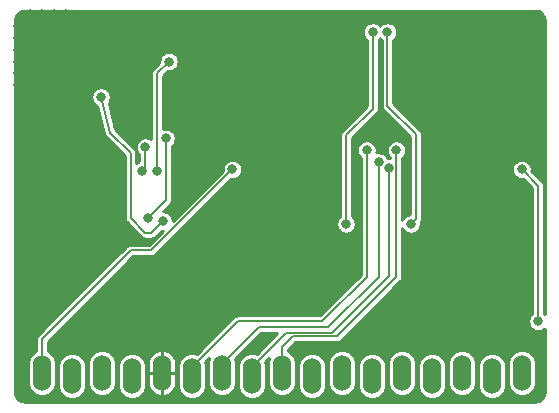
<source format=gbr>
G04 #@! TF.GenerationSoftware,KiCad,Pcbnew,(5.1.2)-2*
G04 #@! TF.CreationDate,2019-11-23T11:21:10-08:00*
G04 #@! TF.ProjectId,precision-dac-cv-scaler,70726563-6973-4696-9f6e-2d6461632d63,rev?*
G04 #@! TF.SameCoordinates,Original*
G04 #@! TF.FileFunction,Copper,L2,Bot*
G04 #@! TF.FilePolarity,Positive*
%FSLAX46Y46*%
G04 Gerber Fmt 4.6, Leading zero omitted, Abs format (unit mm)*
G04 Created by KiCad (PCBNEW (5.1.2)-2) date 2019-11-23 11:21:10*
%MOMM*%
%LPD*%
G04 APERTURE LIST*
%ADD10O,1.524000X3.048000*%
%ADD11C,0.800000*%
%ADD12C,0.150000*%
%ADD13C,0.254000*%
G04 APERTURE END LIST*
D10*
X163640000Y-102123000D03*
X161100000Y-102377000D03*
X158560000Y-102123000D03*
X156020000Y-102377000D03*
X153480000Y-102123000D03*
X150940000Y-102377000D03*
X148400000Y-102123000D03*
X145860000Y-102377000D03*
X143320000Y-102123000D03*
X140780000Y-102377000D03*
X138240000Y-102123000D03*
X135700000Y-102377000D03*
X133160000Y-102123000D03*
X130620000Y-102377000D03*
X128080000Y-102123000D03*
X125540000Y-102377000D03*
X123000000Y-102123000D03*
D11*
X131500000Y-78300000D03*
X139125000Y-84875000D03*
X165000000Y-97750000D03*
X163625000Y-84875000D03*
X165250000Y-73000000D03*
X165250000Y-74000000D03*
X165250000Y-75000000D03*
X165250000Y-76000000D03*
X165250000Y-77000000D03*
X121000000Y-72750000D03*
X121000000Y-73750000D03*
X121000000Y-74750000D03*
X121000000Y-75750000D03*
X121000000Y-76750000D03*
X121000000Y-77750000D03*
X136500000Y-83500000D03*
X141000000Y-85000000D03*
X139500000Y-83000000D03*
X124750000Y-80500000D03*
X124750000Y-83250000D03*
X124750000Y-86250000D03*
X129000000Y-84500000D03*
X134500000Y-78500000D03*
X122000000Y-71750000D03*
X123000000Y-71750000D03*
X124000000Y-71750000D03*
X164250000Y-72000000D03*
X163250000Y-72000000D03*
X162250000Y-72000000D03*
X161250000Y-72000000D03*
X125000000Y-71750000D03*
X147050000Y-99950000D03*
X149650000Y-99850000D03*
X154700000Y-99875000D03*
X134350000Y-99850000D03*
X131750000Y-83000000D03*
X131500000Y-85000000D03*
X154250000Y-89500000D03*
X152250000Y-73250000D03*
X148750000Y-89500000D03*
X151000000Y-73250000D03*
X133750000Y-75750000D03*
X132750000Y-85000000D03*
X150500000Y-83250000D03*
X151500000Y-84250000D03*
X152374990Y-84750000D03*
X153000000Y-83250000D03*
X133500000Y-82250000D03*
X132000000Y-89000000D03*
X133250000Y-89250000D03*
X128000000Y-78750000D03*
D12*
X132250000Y-91750000D02*
X139125000Y-84875000D01*
X130500000Y-91750000D02*
X132250000Y-91750000D01*
X123000000Y-99250000D02*
X123000000Y-102123000D01*
X126750000Y-95500000D02*
X123000000Y-99250000D01*
X126500000Y-95750000D02*
X126750000Y-95500000D01*
X126750000Y-95500000D02*
X130500000Y-91750000D01*
X165000000Y-97750000D02*
X165000000Y-86250000D01*
X165000000Y-86250000D02*
X163625000Y-84875000D01*
X131750000Y-83000000D02*
X131750000Y-84750000D01*
X131750000Y-84750000D02*
X131500000Y-85000000D01*
X154649999Y-89100001D02*
X154649999Y-81899999D01*
X154250000Y-89500000D02*
X154649999Y-89100001D01*
X154649999Y-81899999D02*
X152250000Y-79500000D01*
X152250000Y-79500000D02*
X152250000Y-73250000D01*
X148750000Y-89500000D02*
X148750000Y-82000000D01*
X148750000Y-82000000D02*
X151000000Y-79750000D01*
X151000000Y-79750000D02*
X151000000Y-73250000D01*
X133750000Y-75750000D02*
X132750000Y-76750000D01*
X132750000Y-76750000D02*
X132750000Y-85000000D01*
X135700000Y-101615000D02*
X135700000Y-102377000D01*
X139565000Y-97750000D02*
X135700000Y-101615000D01*
X146750000Y-97750000D02*
X139565000Y-97750000D01*
X150500000Y-94000000D02*
X146750000Y-97750000D01*
X150500000Y-83250000D02*
X150500000Y-94000000D01*
X151500000Y-84250000D02*
X151500000Y-89500000D01*
X151500000Y-89500000D02*
X151500000Y-89624990D01*
X138240000Y-101361000D02*
X141351000Y-98250000D01*
X138240000Y-102123000D02*
X138240000Y-101361000D01*
X141351000Y-98250000D02*
X147250000Y-98250000D01*
X151500000Y-94000000D02*
X151500000Y-93750000D01*
X147250000Y-98250000D02*
X151500000Y-94000000D01*
X151500000Y-89500000D02*
X151500000Y-93750000D01*
X152374990Y-84750000D02*
X152374990Y-91124990D01*
X152374990Y-91124990D02*
X152374990Y-91250000D01*
X140780000Y-102377000D02*
X140780000Y-101615000D01*
X140780000Y-101615000D02*
X143695011Y-98699989D01*
X143695011Y-98699989D02*
X147550011Y-98699989D01*
X152374990Y-93875010D02*
X152374990Y-91124990D01*
X147550011Y-98699989D02*
X152374990Y-93875010D01*
X143320000Y-102123000D02*
X143320000Y-99930000D01*
X143320000Y-99930000D02*
X144250000Y-99000000D01*
X144250000Y-99000000D02*
X148000000Y-99000000D01*
X153000000Y-94000000D02*
X153000000Y-91500000D01*
X148000000Y-99000000D02*
X153000000Y-94000000D01*
X153000000Y-83250000D02*
X153000000Y-91500000D01*
X153000000Y-91500000D02*
X153000000Y-91968715D01*
X133500000Y-82250000D02*
X133500000Y-87500000D01*
X133500000Y-87500000D02*
X132000000Y-89000000D01*
X132250000Y-90250000D02*
X133250000Y-89250000D01*
X128750000Y-81762340D02*
X130500000Y-83512340D01*
X128000000Y-78750000D02*
X128750000Y-81762340D01*
X130500000Y-83512340D02*
X130500000Y-89000000D01*
X130500000Y-89000000D02*
X131750000Y-90250000D01*
X131750000Y-90250000D02*
X132250000Y-90250000D01*
D13*
G36*
X150290000Y-79455909D02*
G01*
X148272617Y-81473292D01*
X148245526Y-81495525D01*
X148223293Y-81522616D01*
X148156801Y-81603637D01*
X148090872Y-81726981D01*
X148050274Y-81860816D01*
X148036565Y-82000000D01*
X148040001Y-82034885D01*
X148040000Y-88746289D01*
X147946063Y-88840226D01*
X147832795Y-89009744D01*
X147754774Y-89198102D01*
X147715000Y-89398061D01*
X147715000Y-89601939D01*
X147754774Y-89801898D01*
X147832795Y-89990256D01*
X147946063Y-90159774D01*
X148090226Y-90303937D01*
X148259744Y-90417205D01*
X148448102Y-90495226D01*
X148648061Y-90535000D01*
X148851939Y-90535000D01*
X149051898Y-90495226D01*
X149240256Y-90417205D01*
X149409774Y-90303937D01*
X149553937Y-90159774D01*
X149667205Y-89990256D01*
X149745226Y-89801898D01*
X149785000Y-89601939D01*
X149785000Y-89398061D01*
X149745226Y-89198102D01*
X149667205Y-89009744D01*
X149553937Y-88840226D01*
X149460000Y-88746289D01*
X149460000Y-82294091D01*
X151477383Y-80276708D01*
X151504474Y-80254475D01*
X151593200Y-80146363D01*
X151659128Y-80023020D01*
X151672972Y-79977384D01*
X151686552Y-79932615D01*
X151745525Y-80004474D01*
X151772617Y-80026708D01*
X153940000Y-82194092D01*
X153940000Y-82814775D01*
X153917205Y-82759744D01*
X153803937Y-82590226D01*
X153659774Y-82446063D01*
X153490256Y-82332795D01*
X153301898Y-82254774D01*
X153101939Y-82215000D01*
X152898061Y-82215000D01*
X152698102Y-82254774D01*
X152509744Y-82332795D01*
X152340226Y-82446063D01*
X152196063Y-82590226D01*
X152082795Y-82759744D01*
X152004774Y-82948102D01*
X151965000Y-83148061D01*
X151965000Y-83322334D01*
X151801898Y-83254774D01*
X151601939Y-83215000D01*
X151535000Y-83215000D01*
X151535000Y-83148061D01*
X151495226Y-82948102D01*
X151417205Y-82759744D01*
X151303937Y-82590226D01*
X151159774Y-82446063D01*
X150990256Y-82332795D01*
X150801898Y-82254774D01*
X150601939Y-82215000D01*
X150398061Y-82215000D01*
X150198102Y-82254774D01*
X150009744Y-82332795D01*
X149840226Y-82446063D01*
X149696063Y-82590226D01*
X149582795Y-82759744D01*
X149504774Y-82948102D01*
X149465000Y-83148061D01*
X149465000Y-83351939D01*
X149504774Y-83551898D01*
X149582795Y-83740256D01*
X149696063Y-83909774D01*
X149790000Y-84003711D01*
X149790001Y-92873000D01*
X137377000Y-92873000D01*
X137377000Y-87627092D01*
X139094092Y-85910000D01*
X139226939Y-85910000D01*
X139426898Y-85870226D01*
X139615256Y-85792205D01*
X139784774Y-85678937D01*
X139928937Y-85534774D01*
X140042205Y-85365256D01*
X140120226Y-85176898D01*
X140160000Y-84976939D01*
X140160000Y-84773061D01*
X140120226Y-84573102D01*
X140042205Y-84384744D01*
X139928937Y-84215226D01*
X139784774Y-84071063D01*
X139615256Y-83957795D01*
X139426898Y-83879774D01*
X139226939Y-83840000D01*
X139023061Y-83840000D01*
X138823102Y-83879774D01*
X138634744Y-83957795D01*
X138465226Y-84071063D01*
X138321063Y-84215226D01*
X138207795Y-84384744D01*
X138129774Y-84573102D01*
X138090000Y-84773061D01*
X138090000Y-84905908D01*
X137377000Y-85618908D01*
X137377000Y-74377000D01*
X150290001Y-74377000D01*
X150290000Y-79455909D01*
X150290000Y-79455909D01*
G37*
X150290000Y-79455909D02*
X148272617Y-81473292D01*
X148245526Y-81495525D01*
X148223293Y-81522616D01*
X148156801Y-81603637D01*
X148090872Y-81726981D01*
X148050274Y-81860816D01*
X148036565Y-82000000D01*
X148040001Y-82034885D01*
X148040000Y-88746289D01*
X147946063Y-88840226D01*
X147832795Y-89009744D01*
X147754774Y-89198102D01*
X147715000Y-89398061D01*
X147715000Y-89601939D01*
X147754774Y-89801898D01*
X147832795Y-89990256D01*
X147946063Y-90159774D01*
X148090226Y-90303937D01*
X148259744Y-90417205D01*
X148448102Y-90495226D01*
X148648061Y-90535000D01*
X148851939Y-90535000D01*
X149051898Y-90495226D01*
X149240256Y-90417205D01*
X149409774Y-90303937D01*
X149553937Y-90159774D01*
X149667205Y-89990256D01*
X149745226Y-89801898D01*
X149785000Y-89601939D01*
X149785000Y-89398061D01*
X149745226Y-89198102D01*
X149667205Y-89009744D01*
X149553937Y-88840226D01*
X149460000Y-88746289D01*
X149460000Y-82294091D01*
X151477383Y-80276708D01*
X151504474Y-80254475D01*
X151593200Y-80146363D01*
X151659128Y-80023020D01*
X151672972Y-79977384D01*
X151686552Y-79932615D01*
X151745525Y-80004474D01*
X151772617Y-80026708D01*
X153940000Y-82194092D01*
X153940000Y-82814775D01*
X153917205Y-82759744D01*
X153803937Y-82590226D01*
X153659774Y-82446063D01*
X153490256Y-82332795D01*
X153301898Y-82254774D01*
X153101939Y-82215000D01*
X152898061Y-82215000D01*
X152698102Y-82254774D01*
X152509744Y-82332795D01*
X152340226Y-82446063D01*
X152196063Y-82590226D01*
X152082795Y-82759744D01*
X152004774Y-82948102D01*
X151965000Y-83148061D01*
X151965000Y-83322334D01*
X151801898Y-83254774D01*
X151601939Y-83215000D01*
X151535000Y-83215000D01*
X151535000Y-83148061D01*
X151495226Y-82948102D01*
X151417205Y-82759744D01*
X151303937Y-82590226D01*
X151159774Y-82446063D01*
X150990256Y-82332795D01*
X150801898Y-82254774D01*
X150601939Y-82215000D01*
X150398061Y-82215000D01*
X150198102Y-82254774D01*
X150009744Y-82332795D01*
X149840226Y-82446063D01*
X149696063Y-82590226D01*
X149582795Y-82759744D01*
X149504774Y-82948102D01*
X149465000Y-83148061D01*
X149465000Y-83351939D01*
X149504774Y-83551898D01*
X149582795Y-83740256D01*
X149696063Y-83909774D01*
X149790000Y-84003711D01*
X149790001Y-92873000D01*
X137377000Y-92873000D01*
X137377000Y-87627092D01*
X139094092Y-85910000D01*
X139226939Y-85910000D01*
X139426898Y-85870226D01*
X139615256Y-85792205D01*
X139784774Y-85678937D01*
X139928937Y-85534774D01*
X140042205Y-85365256D01*
X140120226Y-85176898D01*
X140160000Y-84976939D01*
X140160000Y-84773061D01*
X140120226Y-84573102D01*
X140042205Y-84384744D01*
X139928937Y-84215226D01*
X139784774Y-84071063D01*
X139615256Y-83957795D01*
X139426898Y-83879774D01*
X139226939Y-83840000D01*
X139023061Y-83840000D01*
X138823102Y-83879774D01*
X138634744Y-83957795D01*
X138465226Y-84071063D01*
X138321063Y-84215226D01*
X138207795Y-84384744D01*
X138129774Y-84573102D01*
X138090000Y-84773061D01*
X138090000Y-84905908D01*
X137377000Y-85618908D01*
X137377000Y-74377000D01*
X150290001Y-74377000D01*
X150290000Y-79455909D01*
G36*
X165340000Y-85585909D02*
G01*
X164660000Y-84905909D01*
X164660000Y-84773061D01*
X164620226Y-84573102D01*
X164542205Y-84384744D01*
X164428937Y-84215226D01*
X164284774Y-84071063D01*
X164115256Y-83957795D01*
X163926898Y-83879774D01*
X163726939Y-83840000D01*
X163523061Y-83840000D01*
X163323102Y-83879774D01*
X163134744Y-83957795D01*
X162965226Y-84071063D01*
X162821063Y-84215226D01*
X162707795Y-84384744D01*
X162629774Y-84573102D01*
X162590000Y-84773061D01*
X162590000Y-84976939D01*
X162629774Y-85176898D01*
X162707795Y-85365256D01*
X162821063Y-85534774D01*
X162965226Y-85678937D01*
X163134744Y-85792205D01*
X163323102Y-85870226D01*
X163523061Y-85910000D01*
X163655909Y-85910000D01*
X164290001Y-86544092D01*
X164290000Y-92873000D01*
X153710000Y-92873000D01*
X153710000Y-90383967D01*
X153759744Y-90417205D01*
X153948102Y-90495226D01*
X154148061Y-90535000D01*
X154351939Y-90535000D01*
X154551898Y-90495226D01*
X154740256Y-90417205D01*
X154909774Y-90303937D01*
X155053937Y-90159774D01*
X155167205Y-89990256D01*
X155245226Y-89801898D01*
X155285000Y-89601939D01*
X155285000Y-89418160D01*
X155309127Y-89373021D01*
X155349726Y-89239185D01*
X155359999Y-89134878D01*
X155359999Y-89134877D01*
X155363434Y-89100002D01*
X155359999Y-89065127D01*
X155359999Y-81934873D01*
X155363434Y-81899998D01*
X155359575Y-81860816D01*
X155349726Y-81760815D01*
X155309127Y-81626979D01*
X155243199Y-81503636D01*
X155154474Y-81395524D01*
X155127383Y-81373291D01*
X152960000Y-79205909D01*
X152960000Y-74377000D01*
X165340000Y-74377000D01*
X165340000Y-85585909D01*
X165340000Y-85585909D01*
G37*
X165340000Y-85585909D02*
X164660000Y-84905909D01*
X164660000Y-84773061D01*
X164620226Y-84573102D01*
X164542205Y-84384744D01*
X164428937Y-84215226D01*
X164284774Y-84071063D01*
X164115256Y-83957795D01*
X163926898Y-83879774D01*
X163726939Y-83840000D01*
X163523061Y-83840000D01*
X163323102Y-83879774D01*
X163134744Y-83957795D01*
X162965226Y-84071063D01*
X162821063Y-84215226D01*
X162707795Y-84384744D01*
X162629774Y-84573102D01*
X162590000Y-84773061D01*
X162590000Y-84976939D01*
X162629774Y-85176898D01*
X162707795Y-85365256D01*
X162821063Y-85534774D01*
X162965226Y-85678937D01*
X163134744Y-85792205D01*
X163323102Y-85870226D01*
X163523061Y-85910000D01*
X163655909Y-85910000D01*
X164290001Y-86544092D01*
X164290000Y-92873000D01*
X153710000Y-92873000D01*
X153710000Y-90383967D01*
X153759744Y-90417205D01*
X153948102Y-90495226D01*
X154148061Y-90535000D01*
X154351939Y-90535000D01*
X154551898Y-90495226D01*
X154740256Y-90417205D01*
X154909774Y-90303937D01*
X155053937Y-90159774D01*
X155167205Y-89990256D01*
X155245226Y-89801898D01*
X155285000Y-89601939D01*
X155285000Y-89418160D01*
X155309127Y-89373021D01*
X155349726Y-89239185D01*
X155359999Y-89134878D01*
X155359999Y-89134877D01*
X155363434Y-89100002D01*
X155359999Y-89065127D01*
X155359999Y-81934873D01*
X155363434Y-81899998D01*
X155359575Y-81860816D01*
X155349726Y-81760815D01*
X155309127Y-81626979D01*
X155243199Y-81503636D01*
X155154474Y-81395524D01*
X155127383Y-81373291D01*
X152960000Y-79205909D01*
X152960000Y-74377000D01*
X165340000Y-74377000D01*
X165340000Y-85585909D01*
G36*
X153939999Y-88508130D02*
G01*
X153759744Y-88582795D01*
X153710000Y-88616033D01*
X153710000Y-84003711D01*
X153803937Y-83909774D01*
X153917205Y-83740256D01*
X153940000Y-83685225D01*
X153939999Y-88508130D01*
X153939999Y-88508130D01*
G37*
X153939999Y-88508130D02*
X153759744Y-88582795D01*
X153710000Y-88616033D01*
X153710000Y-84003711D01*
X153803937Y-83909774D01*
X153917205Y-83740256D01*
X153940000Y-83685225D01*
X153939999Y-88508130D01*
G36*
X164904577Y-71469324D02*
G01*
X165053270Y-71514217D01*
X165190403Y-71587132D01*
X165310770Y-71685300D01*
X165409776Y-71804978D01*
X165483648Y-71941601D01*
X165529578Y-72089976D01*
X165548000Y-72265249D01*
X165548001Y-97128448D01*
X165527181Y-97107628D01*
X165502000Y-97090803D01*
X165502000Y-86274643D01*
X165504427Y-86250000D01*
X165502000Y-86225357D01*
X165502000Y-86225347D01*
X165494736Y-86151591D01*
X165466031Y-86056964D01*
X165444332Y-86016368D01*
X165419417Y-85969754D01*
X165372400Y-85912464D01*
X165372392Y-85912456D01*
X165356684Y-85893316D01*
X165337543Y-85877607D01*
X164446091Y-84986157D01*
X164452000Y-84956452D01*
X164452000Y-84793548D01*
X164420218Y-84633773D01*
X164357877Y-84483269D01*
X164267372Y-84347819D01*
X164152181Y-84232628D01*
X164016731Y-84142123D01*
X163866227Y-84079782D01*
X163706452Y-84048000D01*
X163543548Y-84048000D01*
X163383773Y-84079782D01*
X163233269Y-84142123D01*
X163097819Y-84232628D01*
X162982628Y-84347819D01*
X162892123Y-84483269D01*
X162829782Y-84633773D01*
X162798000Y-84793548D01*
X162798000Y-84956452D01*
X162829782Y-85116227D01*
X162892123Y-85266731D01*
X162982628Y-85402181D01*
X163097819Y-85517372D01*
X163233269Y-85607877D01*
X163383773Y-85670218D01*
X163543548Y-85702000D01*
X163706452Y-85702000D01*
X163736157Y-85696091D01*
X164498001Y-86457937D01*
X164498000Y-97090803D01*
X164472819Y-97107628D01*
X164357628Y-97222819D01*
X164267123Y-97358269D01*
X164204782Y-97508773D01*
X164173000Y-97668548D01*
X164173000Y-97831452D01*
X164204782Y-97991227D01*
X164267123Y-98141731D01*
X164357628Y-98277181D01*
X164472819Y-98392372D01*
X164608269Y-98482877D01*
X164758773Y-98545218D01*
X164918548Y-98577000D01*
X165081452Y-98577000D01*
X165241227Y-98545218D01*
X165391731Y-98482877D01*
X165527181Y-98392372D01*
X165548001Y-98371552D01*
X165548001Y-103727882D01*
X165530676Y-103904577D01*
X165485783Y-104053270D01*
X165412866Y-104190407D01*
X165314698Y-104310771D01*
X165195022Y-104409776D01*
X165058399Y-104483648D01*
X164910024Y-104529578D01*
X164734751Y-104548000D01*
X121522108Y-104548000D01*
X121345423Y-104530676D01*
X121196730Y-104485783D01*
X121059593Y-104412866D01*
X120939229Y-104314698D01*
X120840224Y-104195022D01*
X120766352Y-104058399D01*
X120720422Y-103910024D01*
X120702000Y-103734751D01*
X120702000Y-101302589D01*
X121811000Y-101302589D01*
X121811000Y-102943410D01*
X121828204Y-103118084D01*
X121896192Y-103342211D01*
X122006599Y-103548768D01*
X122155182Y-103729818D01*
X122336231Y-103878401D01*
X122542788Y-103988808D01*
X122766915Y-104056796D01*
X123000000Y-104079753D01*
X123233084Y-104056796D01*
X123457211Y-103988808D01*
X123663768Y-103878401D01*
X123844818Y-103729818D01*
X123993401Y-103548769D01*
X124103808Y-103342212D01*
X124171796Y-103118085D01*
X124189000Y-102943411D01*
X124189000Y-101556589D01*
X124351000Y-101556589D01*
X124351000Y-103197410D01*
X124368204Y-103372084D01*
X124436192Y-103596211D01*
X124546599Y-103802768D01*
X124695182Y-103983818D01*
X124876231Y-104132401D01*
X125082788Y-104242808D01*
X125306915Y-104310796D01*
X125540000Y-104333753D01*
X125773084Y-104310796D01*
X125997211Y-104242808D01*
X126203768Y-104132401D01*
X126384818Y-103983818D01*
X126533401Y-103802769D01*
X126643808Y-103596212D01*
X126711796Y-103372085D01*
X126729000Y-103197411D01*
X126729000Y-101556589D01*
X126711796Y-101381915D01*
X126687733Y-101302589D01*
X126891000Y-101302589D01*
X126891000Y-102943410D01*
X126908204Y-103118084D01*
X126976192Y-103342211D01*
X127086599Y-103548768D01*
X127235182Y-103729818D01*
X127416231Y-103878401D01*
X127622788Y-103988808D01*
X127846915Y-104056796D01*
X128080000Y-104079753D01*
X128313084Y-104056796D01*
X128537211Y-103988808D01*
X128743768Y-103878401D01*
X128924818Y-103729818D01*
X129073401Y-103548769D01*
X129183808Y-103342212D01*
X129251796Y-103118085D01*
X129269000Y-102943411D01*
X129269000Y-101556589D01*
X129431000Y-101556589D01*
X129431000Y-103197410D01*
X129448204Y-103372084D01*
X129516192Y-103596211D01*
X129626599Y-103802768D01*
X129775182Y-103983818D01*
X129956231Y-104132401D01*
X130162788Y-104242808D01*
X130386915Y-104310796D01*
X130620000Y-104333753D01*
X130853084Y-104310796D01*
X131077211Y-104242808D01*
X131283768Y-104132401D01*
X131464818Y-103983818D01*
X131613401Y-103802769D01*
X131723808Y-103596212D01*
X131791796Y-103372085D01*
X131809000Y-103197411D01*
X131809000Y-102146000D01*
X131971000Y-102146000D01*
X131971000Y-102908000D01*
X131998333Y-103139520D01*
X132070308Y-103361259D01*
X132184160Y-103564696D01*
X132335513Y-103742013D01*
X132518550Y-103886395D01*
X132726238Y-103992294D01*
X132951317Y-104055544D01*
X133137000Y-103967006D01*
X133137000Y-102146000D01*
X133183000Y-102146000D01*
X133183000Y-103967006D01*
X133368683Y-104055544D01*
X133593762Y-103992294D01*
X133801450Y-103886395D01*
X133984487Y-103742013D01*
X134135840Y-103564696D01*
X134249692Y-103361259D01*
X134321667Y-103139520D01*
X134349000Y-102908000D01*
X134349000Y-102146000D01*
X133183000Y-102146000D01*
X133137000Y-102146000D01*
X131971000Y-102146000D01*
X131809000Y-102146000D01*
X131809000Y-101556589D01*
X131791796Y-101381915D01*
X131778475Y-101338000D01*
X131971000Y-101338000D01*
X131971000Y-102100000D01*
X133137000Y-102100000D01*
X133137000Y-100278994D01*
X133183000Y-100278994D01*
X133183000Y-102100000D01*
X134349000Y-102100000D01*
X134349000Y-101556589D01*
X134511000Y-101556589D01*
X134511000Y-103197410D01*
X134528204Y-103372084D01*
X134596192Y-103596211D01*
X134706599Y-103802768D01*
X134855182Y-103983818D01*
X135036231Y-104132401D01*
X135242788Y-104242808D01*
X135466915Y-104310796D01*
X135700000Y-104333753D01*
X135933084Y-104310796D01*
X136157211Y-104242808D01*
X136363768Y-104132401D01*
X136544818Y-103983818D01*
X136693401Y-103802769D01*
X136803808Y-103596212D01*
X136871796Y-103372085D01*
X136889000Y-103197411D01*
X136889000Y-101556589D01*
X136871796Y-101381915D01*
X136818550Y-101206385D01*
X137153470Y-100871464D01*
X137136193Y-100903788D01*
X137068204Y-101127915D01*
X137051000Y-101302589D01*
X137051000Y-102943410D01*
X137068204Y-103118084D01*
X137136192Y-103342211D01*
X137246599Y-103548768D01*
X137395182Y-103729818D01*
X137576231Y-103878401D01*
X137782788Y-103988808D01*
X138006915Y-104056796D01*
X138240000Y-104079753D01*
X138473084Y-104056796D01*
X138697211Y-103988808D01*
X138903768Y-103878401D01*
X139084818Y-103729818D01*
X139233401Y-103548769D01*
X139343808Y-103342212D01*
X139411796Y-103118085D01*
X139429000Y-102943411D01*
X139429000Y-101302589D01*
X139411796Y-101127915D01*
X139358550Y-100952385D01*
X141558935Y-98752000D01*
X142933065Y-98752000D01*
X141188615Y-100496450D01*
X141013085Y-100443204D01*
X140780000Y-100420247D01*
X140546916Y-100443204D01*
X140322789Y-100511192D01*
X140116232Y-100621599D01*
X139935183Y-100770182D01*
X139786600Y-100951231D01*
X139676193Y-101157788D01*
X139608204Y-101381915D01*
X139591000Y-101556589D01*
X139591000Y-103197410D01*
X139608204Y-103372084D01*
X139676192Y-103596211D01*
X139786599Y-103802768D01*
X139935182Y-103983818D01*
X140116231Y-104132401D01*
X140322788Y-104242808D01*
X140546915Y-104310796D01*
X140780000Y-104333753D01*
X141013084Y-104310796D01*
X141237211Y-104242808D01*
X141443768Y-104132401D01*
X141624818Y-103983818D01*
X141773401Y-103802769D01*
X141883808Y-103596212D01*
X141951796Y-103372085D01*
X141969000Y-103197411D01*
X141969000Y-101556589D01*
X141951796Y-101381915D01*
X141898550Y-101206385D01*
X142233471Y-100871464D01*
X142216193Y-100903788D01*
X142148204Y-101127915D01*
X142131000Y-101302589D01*
X142131000Y-102943410D01*
X142148204Y-103118084D01*
X142216192Y-103342211D01*
X142326599Y-103548768D01*
X142475182Y-103729818D01*
X142656231Y-103878401D01*
X142862788Y-103988808D01*
X143086915Y-104056796D01*
X143320000Y-104079753D01*
X143553084Y-104056796D01*
X143777211Y-103988808D01*
X143983768Y-103878401D01*
X144164818Y-103729818D01*
X144313401Y-103548769D01*
X144423808Y-103342212D01*
X144491796Y-103118085D01*
X144509000Y-102943411D01*
X144509000Y-101556589D01*
X144671000Y-101556589D01*
X144671000Y-103197410D01*
X144688204Y-103372084D01*
X144756192Y-103596211D01*
X144866599Y-103802768D01*
X145015182Y-103983818D01*
X145196231Y-104132401D01*
X145402788Y-104242808D01*
X145626915Y-104310796D01*
X145860000Y-104333753D01*
X146093084Y-104310796D01*
X146317211Y-104242808D01*
X146523768Y-104132401D01*
X146704818Y-103983818D01*
X146853401Y-103802769D01*
X146963808Y-103596212D01*
X147031796Y-103372085D01*
X147049000Y-103197411D01*
X147049000Y-101556589D01*
X147031796Y-101381915D01*
X147007733Y-101302589D01*
X147211000Y-101302589D01*
X147211000Y-102943410D01*
X147228204Y-103118084D01*
X147296192Y-103342211D01*
X147406599Y-103548768D01*
X147555182Y-103729818D01*
X147736231Y-103878401D01*
X147942788Y-103988808D01*
X148166915Y-104056796D01*
X148400000Y-104079753D01*
X148633084Y-104056796D01*
X148857211Y-103988808D01*
X149063768Y-103878401D01*
X149244818Y-103729818D01*
X149393401Y-103548769D01*
X149503808Y-103342212D01*
X149571796Y-103118085D01*
X149589000Y-102943411D01*
X149589000Y-101556589D01*
X149751000Y-101556589D01*
X149751000Y-103197410D01*
X149768204Y-103372084D01*
X149836192Y-103596211D01*
X149946599Y-103802768D01*
X150095182Y-103983818D01*
X150276231Y-104132401D01*
X150482788Y-104242808D01*
X150706915Y-104310796D01*
X150940000Y-104333753D01*
X151173084Y-104310796D01*
X151397211Y-104242808D01*
X151603768Y-104132401D01*
X151784818Y-103983818D01*
X151933401Y-103802769D01*
X152043808Y-103596212D01*
X152111796Y-103372085D01*
X152129000Y-103197411D01*
X152129000Y-101556589D01*
X152111796Y-101381915D01*
X152087733Y-101302589D01*
X152291000Y-101302589D01*
X152291000Y-102943410D01*
X152308204Y-103118084D01*
X152376192Y-103342211D01*
X152486599Y-103548768D01*
X152635182Y-103729818D01*
X152816231Y-103878401D01*
X153022788Y-103988808D01*
X153246915Y-104056796D01*
X153480000Y-104079753D01*
X153713084Y-104056796D01*
X153937211Y-103988808D01*
X154143768Y-103878401D01*
X154324818Y-103729818D01*
X154473401Y-103548769D01*
X154583808Y-103342212D01*
X154651796Y-103118085D01*
X154669000Y-102943411D01*
X154669000Y-101556589D01*
X154831000Y-101556589D01*
X154831000Y-103197410D01*
X154848204Y-103372084D01*
X154916192Y-103596211D01*
X155026599Y-103802768D01*
X155175182Y-103983818D01*
X155356231Y-104132401D01*
X155562788Y-104242808D01*
X155786915Y-104310796D01*
X156020000Y-104333753D01*
X156253084Y-104310796D01*
X156477211Y-104242808D01*
X156683768Y-104132401D01*
X156864818Y-103983818D01*
X157013401Y-103802769D01*
X157123808Y-103596212D01*
X157191796Y-103372085D01*
X157209000Y-103197411D01*
X157209000Y-101556589D01*
X157191796Y-101381915D01*
X157167733Y-101302589D01*
X157371000Y-101302589D01*
X157371000Y-102943410D01*
X157388204Y-103118084D01*
X157456192Y-103342211D01*
X157566599Y-103548768D01*
X157715182Y-103729818D01*
X157896231Y-103878401D01*
X158102788Y-103988808D01*
X158326915Y-104056796D01*
X158560000Y-104079753D01*
X158793084Y-104056796D01*
X159017211Y-103988808D01*
X159223768Y-103878401D01*
X159404818Y-103729818D01*
X159553401Y-103548769D01*
X159663808Y-103342212D01*
X159731796Y-103118085D01*
X159749000Y-102943411D01*
X159749000Y-101556589D01*
X159911000Y-101556589D01*
X159911000Y-103197410D01*
X159928204Y-103372084D01*
X159996192Y-103596211D01*
X160106599Y-103802768D01*
X160255182Y-103983818D01*
X160436231Y-104132401D01*
X160642788Y-104242808D01*
X160866915Y-104310796D01*
X161100000Y-104333753D01*
X161333084Y-104310796D01*
X161557211Y-104242808D01*
X161763768Y-104132401D01*
X161944818Y-103983818D01*
X162093401Y-103802769D01*
X162203808Y-103596212D01*
X162271796Y-103372085D01*
X162289000Y-103197411D01*
X162289000Y-101556589D01*
X162271796Y-101381915D01*
X162247733Y-101302589D01*
X162451000Y-101302589D01*
X162451000Y-102943410D01*
X162468204Y-103118084D01*
X162536192Y-103342211D01*
X162646599Y-103548768D01*
X162795182Y-103729818D01*
X162976231Y-103878401D01*
X163182788Y-103988808D01*
X163406915Y-104056796D01*
X163640000Y-104079753D01*
X163873084Y-104056796D01*
X164097211Y-103988808D01*
X164303768Y-103878401D01*
X164484818Y-103729818D01*
X164633401Y-103548769D01*
X164743808Y-103342212D01*
X164811796Y-103118085D01*
X164829000Y-102943411D01*
X164829000Y-101302589D01*
X164811796Y-101127915D01*
X164743808Y-100903788D01*
X164633401Y-100697231D01*
X164484818Y-100516182D01*
X164303769Y-100367599D01*
X164097212Y-100257192D01*
X163873085Y-100189204D01*
X163640000Y-100166247D01*
X163406916Y-100189204D01*
X163182789Y-100257192D01*
X162976232Y-100367599D01*
X162795183Y-100516182D01*
X162646600Y-100697231D01*
X162536193Y-100903788D01*
X162468204Y-101127915D01*
X162451000Y-101302589D01*
X162247733Y-101302589D01*
X162203808Y-101157788D01*
X162093401Y-100951231D01*
X161944818Y-100770182D01*
X161763769Y-100621599D01*
X161557212Y-100511192D01*
X161333085Y-100443204D01*
X161100000Y-100420247D01*
X160866916Y-100443204D01*
X160642789Y-100511192D01*
X160436232Y-100621599D01*
X160255183Y-100770182D01*
X160106600Y-100951231D01*
X159996193Y-101157788D01*
X159928204Y-101381915D01*
X159911000Y-101556589D01*
X159749000Y-101556589D01*
X159749000Y-101302589D01*
X159731796Y-101127915D01*
X159663808Y-100903788D01*
X159553401Y-100697231D01*
X159404818Y-100516182D01*
X159223769Y-100367599D01*
X159017212Y-100257192D01*
X158793085Y-100189204D01*
X158560000Y-100166247D01*
X158326916Y-100189204D01*
X158102789Y-100257192D01*
X157896232Y-100367599D01*
X157715183Y-100516182D01*
X157566600Y-100697231D01*
X157456193Y-100903788D01*
X157388204Y-101127915D01*
X157371000Y-101302589D01*
X157167733Y-101302589D01*
X157123808Y-101157788D01*
X157013401Y-100951231D01*
X156864818Y-100770182D01*
X156683769Y-100621599D01*
X156477212Y-100511192D01*
X156253085Y-100443204D01*
X156020000Y-100420247D01*
X155786916Y-100443204D01*
X155562789Y-100511192D01*
X155356232Y-100621599D01*
X155175183Y-100770182D01*
X155026600Y-100951231D01*
X154916193Y-101157788D01*
X154848204Y-101381915D01*
X154831000Y-101556589D01*
X154669000Y-101556589D01*
X154669000Y-101302589D01*
X154651796Y-101127915D01*
X154583808Y-100903788D01*
X154473401Y-100697231D01*
X154324818Y-100516182D01*
X154143769Y-100367599D01*
X153937212Y-100257192D01*
X153713085Y-100189204D01*
X153480000Y-100166247D01*
X153246916Y-100189204D01*
X153022789Y-100257192D01*
X152816232Y-100367599D01*
X152635183Y-100516182D01*
X152486600Y-100697231D01*
X152376193Y-100903788D01*
X152308204Y-101127915D01*
X152291000Y-101302589D01*
X152087733Y-101302589D01*
X152043808Y-101157788D01*
X151933401Y-100951231D01*
X151784818Y-100770182D01*
X151603769Y-100621599D01*
X151397212Y-100511192D01*
X151173085Y-100443204D01*
X150940000Y-100420247D01*
X150706916Y-100443204D01*
X150482789Y-100511192D01*
X150276232Y-100621599D01*
X150095183Y-100770182D01*
X149946600Y-100951231D01*
X149836193Y-101157788D01*
X149768204Y-101381915D01*
X149751000Y-101556589D01*
X149589000Y-101556589D01*
X149589000Y-101302589D01*
X149571796Y-101127915D01*
X149503808Y-100903788D01*
X149393401Y-100697231D01*
X149244818Y-100516182D01*
X149063769Y-100367599D01*
X148857212Y-100257192D01*
X148633085Y-100189204D01*
X148400000Y-100166247D01*
X148166916Y-100189204D01*
X147942789Y-100257192D01*
X147736232Y-100367599D01*
X147555183Y-100516182D01*
X147406600Y-100697231D01*
X147296193Y-100903788D01*
X147228204Y-101127915D01*
X147211000Y-101302589D01*
X147007733Y-101302589D01*
X146963808Y-101157788D01*
X146853401Y-100951231D01*
X146704818Y-100770182D01*
X146523769Y-100621599D01*
X146317212Y-100511192D01*
X146093085Y-100443204D01*
X145860000Y-100420247D01*
X145626916Y-100443204D01*
X145402789Y-100511192D01*
X145196232Y-100621599D01*
X145015183Y-100770182D01*
X144866600Y-100951231D01*
X144756193Y-101157788D01*
X144688204Y-101381915D01*
X144671000Y-101556589D01*
X144509000Y-101556589D01*
X144509000Y-101302589D01*
X144491796Y-101127915D01*
X144423808Y-100903788D01*
X144313401Y-100697231D01*
X144164818Y-100516182D01*
X143983769Y-100367599D01*
X143822000Y-100281132D01*
X143822000Y-100137934D01*
X144457936Y-99502000D01*
X147975357Y-99502000D01*
X148000000Y-99504427D01*
X148024643Y-99502000D01*
X148024653Y-99502000D01*
X148098409Y-99494736D01*
X148193036Y-99466031D01*
X148280245Y-99419417D01*
X148356684Y-99356684D01*
X148372402Y-99337532D01*
X153337543Y-94372392D01*
X153356684Y-94356684D01*
X153372392Y-94337544D01*
X153372400Y-94337536D01*
X153419416Y-94280246D01*
X153433216Y-94254428D01*
X153466031Y-94193036D01*
X153494736Y-94098409D01*
X153502000Y-94024653D01*
X153502000Y-94024643D01*
X153504427Y-94000000D01*
X153502000Y-93975357D01*
X153502000Y-89855221D01*
X153517123Y-89891731D01*
X153607628Y-90027181D01*
X153722819Y-90142372D01*
X153858269Y-90232877D01*
X154008773Y-90295218D01*
X154168548Y-90327000D01*
X154331452Y-90327000D01*
X154491227Y-90295218D01*
X154641731Y-90232877D01*
X154777181Y-90142372D01*
X154892372Y-90027181D01*
X154982877Y-89891731D01*
X155045218Y-89741227D01*
X155077000Y-89581452D01*
X155077000Y-89418548D01*
X155069388Y-89380280D01*
X155069415Y-89380247D01*
X155082010Y-89356684D01*
X155116030Y-89293037D01*
X155144735Y-89198410D01*
X155151999Y-89124654D01*
X155151999Y-89124645D01*
X155154426Y-89100002D01*
X155151999Y-89075359D01*
X155151999Y-81924641D01*
X155154426Y-81899998D01*
X155151999Y-81875355D01*
X155151999Y-81875346D01*
X155144735Y-81801590D01*
X155116030Y-81706963D01*
X155069416Y-81619754D01*
X155006683Y-81543315D01*
X154987537Y-81527602D01*
X152752000Y-79292066D01*
X152752000Y-73909197D01*
X152777181Y-73892372D01*
X152892372Y-73777181D01*
X152982877Y-73641731D01*
X153045218Y-73491227D01*
X153077000Y-73331452D01*
X153077000Y-73168548D01*
X153045218Y-73008773D01*
X152982877Y-72858269D01*
X152892372Y-72722819D01*
X152777181Y-72607628D01*
X152641731Y-72517123D01*
X152491227Y-72454782D01*
X152331452Y-72423000D01*
X152168548Y-72423000D01*
X152008773Y-72454782D01*
X151858269Y-72517123D01*
X151722819Y-72607628D01*
X151625000Y-72705447D01*
X151527181Y-72607628D01*
X151391731Y-72517123D01*
X151241227Y-72454782D01*
X151081452Y-72423000D01*
X150918548Y-72423000D01*
X150758773Y-72454782D01*
X150608269Y-72517123D01*
X150472819Y-72607628D01*
X150357628Y-72722819D01*
X150267123Y-72858269D01*
X150204782Y-73008773D01*
X150173000Y-73168548D01*
X150173000Y-73331452D01*
X150204782Y-73491227D01*
X150267123Y-73641731D01*
X150357628Y-73777181D01*
X150472819Y-73892372D01*
X150498001Y-73909198D01*
X150498000Y-79542065D01*
X148412463Y-81627603D01*
X148393317Y-81643316D01*
X148377604Y-81662462D01*
X148377601Y-81662465D01*
X148330584Y-81719755D01*
X148283970Y-81806964D01*
X148255265Y-81901591D01*
X148245573Y-82000000D01*
X148248001Y-82024653D01*
X148248000Y-88840802D01*
X148222819Y-88857628D01*
X148107628Y-88972819D01*
X148017123Y-89108269D01*
X147954782Y-89258773D01*
X147923000Y-89418548D01*
X147923000Y-89581452D01*
X147954782Y-89741227D01*
X148017123Y-89891731D01*
X148107628Y-90027181D01*
X148222819Y-90142372D01*
X148358269Y-90232877D01*
X148508773Y-90295218D01*
X148668548Y-90327000D01*
X148831452Y-90327000D01*
X148991227Y-90295218D01*
X149141731Y-90232877D01*
X149277181Y-90142372D01*
X149392372Y-90027181D01*
X149482877Y-89891731D01*
X149545218Y-89741227D01*
X149577000Y-89581452D01*
X149577000Y-89418548D01*
X149545218Y-89258773D01*
X149482877Y-89108269D01*
X149392372Y-88972819D01*
X149277181Y-88857628D01*
X149252000Y-88840803D01*
X149252000Y-82207934D01*
X151337538Y-80122397D01*
X151356684Y-80106684D01*
X151372397Y-80087538D01*
X151372400Y-80087535D01*
X151419417Y-80030246D01*
X151466031Y-79943037D01*
X151494736Y-79848410D01*
X151501449Y-79780245D01*
X151502000Y-79774653D01*
X151502000Y-79774646D01*
X151504427Y-79750000D01*
X151502000Y-79725355D01*
X151502000Y-73909197D01*
X151527181Y-73892372D01*
X151625000Y-73794553D01*
X151722819Y-73892372D01*
X151748001Y-73909198D01*
X151748000Y-79475357D01*
X151745573Y-79500000D01*
X151748000Y-79524643D01*
X151748000Y-79524652D01*
X151755264Y-79598408D01*
X151783969Y-79693035D01*
X151830583Y-79780245D01*
X151893316Y-79856684D01*
X151912467Y-79872402D01*
X154148000Y-82107935D01*
X154147999Y-88677088D01*
X154008773Y-88704782D01*
X153858269Y-88767123D01*
X153722819Y-88857628D01*
X153607628Y-88972819D01*
X153517123Y-89108269D01*
X153502000Y-89144779D01*
X153502000Y-83909197D01*
X153527181Y-83892372D01*
X153642372Y-83777181D01*
X153732877Y-83641731D01*
X153795218Y-83491227D01*
X153827000Y-83331452D01*
X153827000Y-83168548D01*
X153795218Y-83008773D01*
X153732877Y-82858269D01*
X153642372Y-82722819D01*
X153527181Y-82607628D01*
X153391731Y-82517123D01*
X153241227Y-82454782D01*
X153081452Y-82423000D01*
X152918548Y-82423000D01*
X152758773Y-82454782D01*
X152608269Y-82517123D01*
X152472819Y-82607628D01*
X152357628Y-82722819D01*
X152267123Y-82858269D01*
X152204782Y-83008773D01*
X152173000Y-83168548D01*
X152173000Y-83331452D01*
X152204782Y-83491227D01*
X152267123Y-83641731D01*
X152357628Y-83777181D01*
X152472819Y-83892372D01*
X152498000Y-83909197D01*
X152498000Y-83931267D01*
X152456442Y-83923000D01*
X152293538Y-83923000D01*
X152262266Y-83929221D01*
X152232877Y-83858269D01*
X152142372Y-83722819D01*
X152027181Y-83607628D01*
X151891731Y-83517123D01*
X151741227Y-83454782D01*
X151581452Y-83423000D01*
X151418548Y-83423000D01*
X151304268Y-83445732D01*
X151327000Y-83331452D01*
X151327000Y-83168548D01*
X151295218Y-83008773D01*
X151232877Y-82858269D01*
X151142372Y-82722819D01*
X151027181Y-82607628D01*
X150891731Y-82517123D01*
X150741227Y-82454782D01*
X150581452Y-82423000D01*
X150418548Y-82423000D01*
X150258773Y-82454782D01*
X150108269Y-82517123D01*
X149972819Y-82607628D01*
X149857628Y-82722819D01*
X149767123Y-82858269D01*
X149704782Y-83008773D01*
X149673000Y-83168548D01*
X149673000Y-83331452D01*
X149704782Y-83491227D01*
X149767123Y-83641731D01*
X149857628Y-83777181D01*
X149972819Y-83892372D01*
X149998000Y-83909197D01*
X149998001Y-93792063D01*
X146542066Y-97248000D01*
X139589642Y-97248000D01*
X139564999Y-97245573D01*
X139540356Y-97248000D01*
X139540347Y-97248000D01*
X139466591Y-97255264D01*
X139371964Y-97283969D01*
X139284755Y-97330583D01*
X139208316Y-97393316D01*
X139192603Y-97412462D01*
X136108615Y-100496450D01*
X135933085Y-100443204D01*
X135700000Y-100420247D01*
X135466916Y-100443204D01*
X135242789Y-100511192D01*
X135036232Y-100621599D01*
X134855183Y-100770182D01*
X134706600Y-100951231D01*
X134596193Y-101157788D01*
X134528204Y-101381915D01*
X134511000Y-101556589D01*
X134349000Y-101556589D01*
X134349000Y-101338000D01*
X134321667Y-101106480D01*
X134249692Y-100884741D01*
X134135840Y-100681304D01*
X133984487Y-100503987D01*
X133801450Y-100359605D01*
X133593762Y-100253706D01*
X133368683Y-100190456D01*
X133183000Y-100278994D01*
X133137000Y-100278994D01*
X132951317Y-100190456D01*
X132726238Y-100253706D01*
X132518550Y-100359605D01*
X132335513Y-100503987D01*
X132184160Y-100681304D01*
X132070308Y-100884741D01*
X131998333Y-101106480D01*
X131971000Y-101338000D01*
X131778475Y-101338000D01*
X131723808Y-101157788D01*
X131613401Y-100951231D01*
X131464818Y-100770182D01*
X131283769Y-100621599D01*
X131077212Y-100511192D01*
X130853085Y-100443204D01*
X130620000Y-100420247D01*
X130386916Y-100443204D01*
X130162789Y-100511192D01*
X129956232Y-100621599D01*
X129775183Y-100770182D01*
X129626600Y-100951231D01*
X129516193Y-101157788D01*
X129448204Y-101381915D01*
X129431000Y-101556589D01*
X129269000Y-101556589D01*
X129269000Y-101302589D01*
X129251796Y-101127915D01*
X129183808Y-100903788D01*
X129073401Y-100697231D01*
X128924818Y-100516182D01*
X128743769Y-100367599D01*
X128537212Y-100257192D01*
X128313085Y-100189204D01*
X128080000Y-100166247D01*
X127846916Y-100189204D01*
X127622789Y-100257192D01*
X127416232Y-100367599D01*
X127235183Y-100516182D01*
X127086600Y-100697231D01*
X126976193Y-100903788D01*
X126908204Y-101127915D01*
X126891000Y-101302589D01*
X126687733Y-101302589D01*
X126643808Y-101157788D01*
X126533401Y-100951231D01*
X126384818Y-100770182D01*
X126203769Y-100621599D01*
X125997212Y-100511192D01*
X125773085Y-100443204D01*
X125540000Y-100420247D01*
X125306916Y-100443204D01*
X125082789Y-100511192D01*
X124876232Y-100621599D01*
X124695183Y-100770182D01*
X124546600Y-100951231D01*
X124436193Y-101157788D01*
X124368204Y-101381915D01*
X124351000Y-101556589D01*
X124189000Y-101556589D01*
X124189000Y-101302589D01*
X124171796Y-101127915D01*
X124103808Y-100903788D01*
X123993401Y-100697231D01*
X123844818Y-100516182D01*
X123663769Y-100367599D01*
X123502000Y-100281132D01*
X123502000Y-99457934D01*
X127122400Y-95837536D01*
X127122409Y-95837525D01*
X130707936Y-92252000D01*
X132225357Y-92252000D01*
X132250000Y-92254427D01*
X132274643Y-92252000D01*
X132274653Y-92252000D01*
X132348409Y-92244736D01*
X132443036Y-92216031D01*
X132530245Y-92169417D01*
X132606684Y-92106684D01*
X132622402Y-92087532D01*
X139013844Y-85696091D01*
X139043548Y-85702000D01*
X139206452Y-85702000D01*
X139366227Y-85670218D01*
X139516731Y-85607877D01*
X139652181Y-85517372D01*
X139767372Y-85402181D01*
X139857877Y-85266731D01*
X139920218Y-85116227D01*
X139952000Y-84956452D01*
X139952000Y-84793548D01*
X139920218Y-84633773D01*
X139857877Y-84483269D01*
X139767372Y-84347819D01*
X139652181Y-84232628D01*
X139516731Y-84142123D01*
X139366227Y-84079782D01*
X139206452Y-84048000D01*
X139043548Y-84048000D01*
X138883773Y-84079782D01*
X138733269Y-84142123D01*
X138597819Y-84232628D01*
X138482628Y-84347819D01*
X138392123Y-84483269D01*
X138329782Y-84633773D01*
X138298000Y-84793548D01*
X138298000Y-84956452D01*
X138303909Y-84986156D01*
X134077000Y-89213066D01*
X134077000Y-89168548D01*
X134045218Y-89008773D01*
X133982877Y-88858269D01*
X133892372Y-88722819D01*
X133777181Y-88607628D01*
X133641731Y-88517123D01*
X133491227Y-88454782D01*
X133331452Y-88423000D01*
X133286935Y-88423000D01*
X133837538Y-87872397D01*
X133856684Y-87856684D01*
X133919417Y-87780245D01*
X133966031Y-87693036D01*
X133994736Y-87598409D01*
X134002000Y-87524653D01*
X134002000Y-87524644D01*
X134004427Y-87500001D01*
X134002000Y-87475358D01*
X134002000Y-82909197D01*
X134027181Y-82892372D01*
X134142372Y-82777181D01*
X134232877Y-82641731D01*
X134295218Y-82491227D01*
X134327000Y-82331452D01*
X134327000Y-82168548D01*
X134295218Y-82008773D01*
X134232877Y-81858269D01*
X134142372Y-81722819D01*
X134027181Y-81607628D01*
X133891731Y-81517123D01*
X133741227Y-81454782D01*
X133581452Y-81423000D01*
X133418548Y-81423000D01*
X133258773Y-81454782D01*
X133252000Y-81457587D01*
X133252000Y-76957934D01*
X133638843Y-76571091D01*
X133668548Y-76577000D01*
X133831452Y-76577000D01*
X133991227Y-76545218D01*
X134141731Y-76482877D01*
X134277181Y-76392372D01*
X134392372Y-76277181D01*
X134482877Y-76141731D01*
X134545218Y-75991227D01*
X134577000Y-75831452D01*
X134577000Y-75668548D01*
X134545218Y-75508773D01*
X134482877Y-75358269D01*
X134392372Y-75222819D01*
X134277181Y-75107628D01*
X134141731Y-75017123D01*
X133991227Y-74954782D01*
X133831452Y-74923000D01*
X133668548Y-74923000D01*
X133508773Y-74954782D01*
X133358269Y-75017123D01*
X133222819Y-75107628D01*
X133107628Y-75222819D01*
X133017123Y-75358269D01*
X132954782Y-75508773D01*
X132923000Y-75668548D01*
X132923000Y-75831452D01*
X132928909Y-75861157D01*
X132412467Y-76377599D01*
X132393316Y-76393316D01*
X132330583Y-76469755D01*
X132283969Y-76556965D01*
X132255264Y-76651592D01*
X132248000Y-76725348D01*
X132248000Y-76725357D01*
X132245573Y-76750000D01*
X132248000Y-76774643D01*
X132248001Y-82338130D01*
X132141731Y-82267123D01*
X131991227Y-82204782D01*
X131831452Y-82173000D01*
X131668548Y-82173000D01*
X131508773Y-82204782D01*
X131358269Y-82267123D01*
X131222819Y-82357628D01*
X131107628Y-82472819D01*
X131017123Y-82608269D01*
X130954782Y-82758773D01*
X130923000Y-82918548D01*
X130923000Y-83081452D01*
X130954782Y-83241227D01*
X131017123Y-83391731D01*
X131107628Y-83527181D01*
X131222819Y-83642372D01*
X131248000Y-83659198D01*
X131248001Y-84209244D01*
X131108269Y-84267123D01*
X131002000Y-84338130D01*
X131002000Y-83536983D01*
X131004427Y-83512340D01*
X131002000Y-83487697D01*
X131002000Y-83487687D01*
X130994736Y-83413931D01*
X130966031Y-83319304D01*
X130944332Y-83278708D01*
X130919417Y-83232094D01*
X130872400Y-83174804D01*
X130872392Y-83174796D01*
X130856684Y-83155656D01*
X130837543Y-83139947D01*
X129203472Y-81505877D01*
X128646895Y-79270412D01*
X128732877Y-79141731D01*
X128795218Y-78991227D01*
X128827000Y-78831452D01*
X128827000Y-78668548D01*
X128795218Y-78508773D01*
X128732877Y-78358269D01*
X128642372Y-78222819D01*
X128527181Y-78107628D01*
X128391731Y-78017123D01*
X128241227Y-77954782D01*
X128081452Y-77923000D01*
X127918548Y-77923000D01*
X127758773Y-77954782D01*
X127608269Y-78017123D01*
X127472819Y-78107628D01*
X127357628Y-78222819D01*
X127267123Y-78358269D01*
X127204782Y-78508773D01*
X127173000Y-78668548D01*
X127173000Y-78831452D01*
X127204782Y-78991227D01*
X127267123Y-79141731D01*
X127357628Y-79277181D01*
X127472819Y-79392372D01*
X127608269Y-79482877D01*
X127671684Y-79509144D01*
X128254014Y-81848051D01*
X128255265Y-81860749D01*
X128265926Y-81895894D01*
X128268827Y-81907545D01*
X128273097Y-81919533D01*
X128283970Y-81955376D01*
X128289648Y-81965998D01*
X128293695Y-81977361D01*
X128312928Y-82009552D01*
X128330584Y-82042585D01*
X128338228Y-82051899D01*
X128344412Y-82062250D01*
X128369552Y-82090067D01*
X128377601Y-82099875D01*
X128386066Y-82108340D01*
X128410715Y-82135614D01*
X128420962Y-82143236D01*
X129998000Y-83720276D01*
X129998001Y-88975347D01*
X129995573Y-89000000D01*
X130005265Y-89098409D01*
X130033970Y-89193036D01*
X130080584Y-89280245D01*
X130127601Y-89337535D01*
X130127604Y-89337538D01*
X130143317Y-89356684D01*
X130162463Y-89372397D01*
X131377603Y-90587538D01*
X131393316Y-90606684D01*
X131412462Y-90622397D01*
X131412464Y-90622399D01*
X131450652Y-90653739D01*
X131469755Y-90669417D01*
X131556964Y-90716031D01*
X131651591Y-90744736D01*
X131725347Y-90752000D01*
X131725357Y-90752000D01*
X131750000Y-90754427D01*
X131774643Y-90752000D01*
X132225357Y-90752000D01*
X132250000Y-90754427D01*
X132274643Y-90752000D01*
X132274653Y-90752000D01*
X132348409Y-90744736D01*
X132443036Y-90716031D01*
X132530245Y-90669417D01*
X132606684Y-90606684D01*
X132622401Y-90587533D01*
X133138843Y-90071091D01*
X133168548Y-90077000D01*
X133213066Y-90077000D01*
X132042066Y-91248000D01*
X130524643Y-91248000D01*
X130500000Y-91245573D01*
X130475357Y-91248000D01*
X130475347Y-91248000D01*
X130401591Y-91255264D01*
X130306964Y-91283969D01*
X130219755Y-91330583D01*
X130219753Y-91330584D01*
X130219754Y-91330584D01*
X130162464Y-91377600D01*
X130162456Y-91377608D01*
X130143316Y-91393316D01*
X130127607Y-91412457D01*
X126412475Y-95127591D01*
X126412464Y-95127600D01*
X122662467Y-98877599D01*
X122643316Y-98893316D01*
X122580583Y-98969755D01*
X122533969Y-99056965D01*
X122505264Y-99151592D01*
X122498000Y-99225348D01*
X122498000Y-99225357D01*
X122495573Y-99250000D01*
X122498000Y-99274643D01*
X122498000Y-100281132D01*
X122336232Y-100367599D01*
X122155183Y-100516182D01*
X122006600Y-100697231D01*
X121896193Y-100903788D01*
X121828204Y-101127915D01*
X121811000Y-101302589D01*
X120702000Y-101302589D01*
X120702000Y-72272108D01*
X120719324Y-72095423D01*
X120764217Y-71946730D01*
X120837132Y-71809597D01*
X120935300Y-71689230D01*
X121054978Y-71590224D01*
X121191601Y-71516352D01*
X121339976Y-71470422D01*
X121515249Y-71452000D01*
X164727892Y-71452000D01*
X164904577Y-71469324D01*
X164904577Y-71469324D01*
G37*
X164904577Y-71469324D02*
X165053270Y-71514217D01*
X165190403Y-71587132D01*
X165310770Y-71685300D01*
X165409776Y-71804978D01*
X165483648Y-71941601D01*
X165529578Y-72089976D01*
X165548000Y-72265249D01*
X165548001Y-97128448D01*
X165527181Y-97107628D01*
X165502000Y-97090803D01*
X165502000Y-86274643D01*
X165504427Y-86250000D01*
X165502000Y-86225357D01*
X165502000Y-86225347D01*
X165494736Y-86151591D01*
X165466031Y-86056964D01*
X165444332Y-86016368D01*
X165419417Y-85969754D01*
X165372400Y-85912464D01*
X165372392Y-85912456D01*
X165356684Y-85893316D01*
X165337543Y-85877607D01*
X164446091Y-84986157D01*
X164452000Y-84956452D01*
X164452000Y-84793548D01*
X164420218Y-84633773D01*
X164357877Y-84483269D01*
X164267372Y-84347819D01*
X164152181Y-84232628D01*
X164016731Y-84142123D01*
X163866227Y-84079782D01*
X163706452Y-84048000D01*
X163543548Y-84048000D01*
X163383773Y-84079782D01*
X163233269Y-84142123D01*
X163097819Y-84232628D01*
X162982628Y-84347819D01*
X162892123Y-84483269D01*
X162829782Y-84633773D01*
X162798000Y-84793548D01*
X162798000Y-84956452D01*
X162829782Y-85116227D01*
X162892123Y-85266731D01*
X162982628Y-85402181D01*
X163097819Y-85517372D01*
X163233269Y-85607877D01*
X163383773Y-85670218D01*
X163543548Y-85702000D01*
X163706452Y-85702000D01*
X163736157Y-85696091D01*
X164498001Y-86457937D01*
X164498000Y-97090803D01*
X164472819Y-97107628D01*
X164357628Y-97222819D01*
X164267123Y-97358269D01*
X164204782Y-97508773D01*
X164173000Y-97668548D01*
X164173000Y-97831452D01*
X164204782Y-97991227D01*
X164267123Y-98141731D01*
X164357628Y-98277181D01*
X164472819Y-98392372D01*
X164608269Y-98482877D01*
X164758773Y-98545218D01*
X164918548Y-98577000D01*
X165081452Y-98577000D01*
X165241227Y-98545218D01*
X165391731Y-98482877D01*
X165527181Y-98392372D01*
X165548001Y-98371552D01*
X165548001Y-103727882D01*
X165530676Y-103904577D01*
X165485783Y-104053270D01*
X165412866Y-104190407D01*
X165314698Y-104310771D01*
X165195022Y-104409776D01*
X165058399Y-104483648D01*
X164910024Y-104529578D01*
X164734751Y-104548000D01*
X121522108Y-104548000D01*
X121345423Y-104530676D01*
X121196730Y-104485783D01*
X121059593Y-104412866D01*
X120939229Y-104314698D01*
X120840224Y-104195022D01*
X120766352Y-104058399D01*
X120720422Y-103910024D01*
X120702000Y-103734751D01*
X120702000Y-101302589D01*
X121811000Y-101302589D01*
X121811000Y-102943410D01*
X121828204Y-103118084D01*
X121896192Y-103342211D01*
X122006599Y-103548768D01*
X122155182Y-103729818D01*
X122336231Y-103878401D01*
X122542788Y-103988808D01*
X122766915Y-104056796D01*
X123000000Y-104079753D01*
X123233084Y-104056796D01*
X123457211Y-103988808D01*
X123663768Y-103878401D01*
X123844818Y-103729818D01*
X123993401Y-103548769D01*
X124103808Y-103342212D01*
X124171796Y-103118085D01*
X124189000Y-102943411D01*
X124189000Y-101556589D01*
X124351000Y-101556589D01*
X124351000Y-103197410D01*
X124368204Y-103372084D01*
X124436192Y-103596211D01*
X124546599Y-103802768D01*
X124695182Y-103983818D01*
X124876231Y-104132401D01*
X125082788Y-104242808D01*
X125306915Y-104310796D01*
X125540000Y-104333753D01*
X125773084Y-104310796D01*
X125997211Y-104242808D01*
X126203768Y-104132401D01*
X126384818Y-103983818D01*
X126533401Y-103802769D01*
X126643808Y-103596212D01*
X126711796Y-103372085D01*
X126729000Y-103197411D01*
X126729000Y-101556589D01*
X126711796Y-101381915D01*
X126687733Y-101302589D01*
X126891000Y-101302589D01*
X126891000Y-102943410D01*
X126908204Y-103118084D01*
X126976192Y-103342211D01*
X127086599Y-103548768D01*
X127235182Y-103729818D01*
X127416231Y-103878401D01*
X127622788Y-103988808D01*
X127846915Y-104056796D01*
X128080000Y-104079753D01*
X128313084Y-104056796D01*
X128537211Y-103988808D01*
X128743768Y-103878401D01*
X128924818Y-103729818D01*
X129073401Y-103548769D01*
X129183808Y-103342212D01*
X129251796Y-103118085D01*
X129269000Y-102943411D01*
X129269000Y-101556589D01*
X129431000Y-101556589D01*
X129431000Y-103197410D01*
X129448204Y-103372084D01*
X129516192Y-103596211D01*
X129626599Y-103802768D01*
X129775182Y-103983818D01*
X129956231Y-104132401D01*
X130162788Y-104242808D01*
X130386915Y-104310796D01*
X130620000Y-104333753D01*
X130853084Y-104310796D01*
X131077211Y-104242808D01*
X131283768Y-104132401D01*
X131464818Y-103983818D01*
X131613401Y-103802769D01*
X131723808Y-103596212D01*
X131791796Y-103372085D01*
X131809000Y-103197411D01*
X131809000Y-102146000D01*
X131971000Y-102146000D01*
X131971000Y-102908000D01*
X131998333Y-103139520D01*
X132070308Y-103361259D01*
X132184160Y-103564696D01*
X132335513Y-103742013D01*
X132518550Y-103886395D01*
X132726238Y-103992294D01*
X132951317Y-104055544D01*
X133137000Y-103967006D01*
X133137000Y-102146000D01*
X133183000Y-102146000D01*
X133183000Y-103967006D01*
X133368683Y-104055544D01*
X133593762Y-103992294D01*
X133801450Y-103886395D01*
X133984487Y-103742013D01*
X134135840Y-103564696D01*
X134249692Y-103361259D01*
X134321667Y-103139520D01*
X134349000Y-102908000D01*
X134349000Y-102146000D01*
X133183000Y-102146000D01*
X133137000Y-102146000D01*
X131971000Y-102146000D01*
X131809000Y-102146000D01*
X131809000Y-101556589D01*
X131791796Y-101381915D01*
X131778475Y-101338000D01*
X131971000Y-101338000D01*
X131971000Y-102100000D01*
X133137000Y-102100000D01*
X133137000Y-100278994D01*
X133183000Y-100278994D01*
X133183000Y-102100000D01*
X134349000Y-102100000D01*
X134349000Y-101556589D01*
X134511000Y-101556589D01*
X134511000Y-103197410D01*
X134528204Y-103372084D01*
X134596192Y-103596211D01*
X134706599Y-103802768D01*
X134855182Y-103983818D01*
X135036231Y-104132401D01*
X135242788Y-104242808D01*
X135466915Y-104310796D01*
X135700000Y-104333753D01*
X135933084Y-104310796D01*
X136157211Y-104242808D01*
X136363768Y-104132401D01*
X136544818Y-103983818D01*
X136693401Y-103802769D01*
X136803808Y-103596212D01*
X136871796Y-103372085D01*
X136889000Y-103197411D01*
X136889000Y-101556589D01*
X136871796Y-101381915D01*
X136818550Y-101206385D01*
X137153470Y-100871464D01*
X137136193Y-100903788D01*
X137068204Y-101127915D01*
X137051000Y-101302589D01*
X137051000Y-102943410D01*
X137068204Y-103118084D01*
X137136192Y-103342211D01*
X137246599Y-103548768D01*
X137395182Y-103729818D01*
X137576231Y-103878401D01*
X137782788Y-103988808D01*
X138006915Y-104056796D01*
X138240000Y-104079753D01*
X138473084Y-104056796D01*
X138697211Y-103988808D01*
X138903768Y-103878401D01*
X139084818Y-103729818D01*
X139233401Y-103548769D01*
X139343808Y-103342212D01*
X139411796Y-103118085D01*
X139429000Y-102943411D01*
X139429000Y-101302589D01*
X139411796Y-101127915D01*
X139358550Y-100952385D01*
X141558935Y-98752000D01*
X142933065Y-98752000D01*
X141188615Y-100496450D01*
X141013085Y-100443204D01*
X140780000Y-100420247D01*
X140546916Y-100443204D01*
X140322789Y-100511192D01*
X140116232Y-100621599D01*
X139935183Y-100770182D01*
X139786600Y-100951231D01*
X139676193Y-101157788D01*
X139608204Y-101381915D01*
X139591000Y-101556589D01*
X139591000Y-103197410D01*
X139608204Y-103372084D01*
X139676192Y-103596211D01*
X139786599Y-103802768D01*
X139935182Y-103983818D01*
X140116231Y-104132401D01*
X140322788Y-104242808D01*
X140546915Y-104310796D01*
X140780000Y-104333753D01*
X141013084Y-104310796D01*
X141237211Y-104242808D01*
X141443768Y-104132401D01*
X141624818Y-103983818D01*
X141773401Y-103802769D01*
X141883808Y-103596212D01*
X141951796Y-103372085D01*
X141969000Y-103197411D01*
X141969000Y-101556589D01*
X141951796Y-101381915D01*
X141898550Y-101206385D01*
X142233471Y-100871464D01*
X142216193Y-100903788D01*
X142148204Y-101127915D01*
X142131000Y-101302589D01*
X142131000Y-102943410D01*
X142148204Y-103118084D01*
X142216192Y-103342211D01*
X142326599Y-103548768D01*
X142475182Y-103729818D01*
X142656231Y-103878401D01*
X142862788Y-103988808D01*
X143086915Y-104056796D01*
X143320000Y-104079753D01*
X143553084Y-104056796D01*
X143777211Y-103988808D01*
X143983768Y-103878401D01*
X144164818Y-103729818D01*
X144313401Y-103548769D01*
X144423808Y-103342212D01*
X144491796Y-103118085D01*
X144509000Y-102943411D01*
X144509000Y-101556589D01*
X144671000Y-101556589D01*
X144671000Y-103197410D01*
X144688204Y-103372084D01*
X144756192Y-103596211D01*
X144866599Y-103802768D01*
X145015182Y-103983818D01*
X145196231Y-104132401D01*
X145402788Y-104242808D01*
X145626915Y-104310796D01*
X145860000Y-104333753D01*
X146093084Y-104310796D01*
X146317211Y-104242808D01*
X146523768Y-104132401D01*
X146704818Y-103983818D01*
X146853401Y-103802769D01*
X146963808Y-103596212D01*
X147031796Y-103372085D01*
X147049000Y-103197411D01*
X147049000Y-101556589D01*
X147031796Y-101381915D01*
X147007733Y-101302589D01*
X147211000Y-101302589D01*
X147211000Y-102943410D01*
X147228204Y-103118084D01*
X147296192Y-103342211D01*
X147406599Y-103548768D01*
X147555182Y-103729818D01*
X147736231Y-103878401D01*
X147942788Y-103988808D01*
X148166915Y-104056796D01*
X148400000Y-104079753D01*
X148633084Y-104056796D01*
X148857211Y-103988808D01*
X149063768Y-103878401D01*
X149244818Y-103729818D01*
X149393401Y-103548769D01*
X149503808Y-103342212D01*
X149571796Y-103118085D01*
X149589000Y-102943411D01*
X149589000Y-101556589D01*
X149751000Y-101556589D01*
X149751000Y-103197410D01*
X149768204Y-103372084D01*
X149836192Y-103596211D01*
X149946599Y-103802768D01*
X150095182Y-103983818D01*
X150276231Y-104132401D01*
X150482788Y-104242808D01*
X150706915Y-104310796D01*
X150940000Y-104333753D01*
X151173084Y-104310796D01*
X151397211Y-104242808D01*
X151603768Y-104132401D01*
X151784818Y-103983818D01*
X151933401Y-103802769D01*
X152043808Y-103596212D01*
X152111796Y-103372085D01*
X152129000Y-103197411D01*
X152129000Y-101556589D01*
X152111796Y-101381915D01*
X152087733Y-101302589D01*
X152291000Y-101302589D01*
X152291000Y-102943410D01*
X152308204Y-103118084D01*
X152376192Y-103342211D01*
X152486599Y-103548768D01*
X152635182Y-103729818D01*
X152816231Y-103878401D01*
X153022788Y-103988808D01*
X153246915Y-104056796D01*
X153480000Y-104079753D01*
X153713084Y-104056796D01*
X153937211Y-103988808D01*
X154143768Y-103878401D01*
X154324818Y-103729818D01*
X154473401Y-103548769D01*
X154583808Y-103342212D01*
X154651796Y-103118085D01*
X154669000Y-102943411D01*
X154669000Y-101556589D01*
X154831000Y-101556589D01*
X154831000Y-103197410D01*
X154848204Y-103372084D01*
X154916192Y-103596211D01*
X155026599Y-103802768D01*
X155175182Y-103983818D01*
X155356231Y-104132401D01*
X155562788Y-104242808D01*
X155786915Y-104310796D01*
X156020000Y-104333753D01*
X156253084Y-104310796D01*
X156477211Y-104242808D01*
X156683768Y-104132401D01*
X156864818Y-103983818D01*
X157013401Y-103802769D01*
X157123808Y-103596212D01*
X157191796Y-103372085D01*
X157209000Y-103197411D01*
X157209000Y-101556589D01*
X157191796Y-101381915D01*
X157167733Y-101302589D01*
X157371000Y-101302589D01*
X157371000Y-102943410D01*
X157388204Y-103118084D01*
X157456192Y-103342211D01*
X157566599Y-103548768D01*
X157715182Y-103729818D01*
X157896231Y-103878401D01*
X158102788Y-103988808D01*
X158326915Y-104056796D01*
X158560000Y-104079753D01*
X158793084Y-104056796D01*
X159017211Y-103988808D01*
X159223768Y-103878401D01*
X159404818Y-103729818D01*
X159553401Y-103548769D01*
X159663808Y-103342212D01*
X159731796Y-103118085D01*
X159749000Y-102943411D01*
X159749000Y-101556589D01*
X159911000Y-101556589D01*
X159911000Y-103197410D01*
X159928204Y-103372084D01*
X159996192Y-103596211D01*
X160106599Y-103802768D01*
X160255182Y-103983818D01*
X160436231Y-104132401D01*
X160642788Y-104242808D01*
X160866915Y-104310796D01*
X161100000Y-104333753D01*
X161333084Y-104310796D01*
X161557211Y-104242808D01*
X161763768Y-104132401D01*
X161944818Y-103983818D01*
X162093401Y-103802769D01*
X162203808Y-103596212D01*
X162271796Y-103372085D01*
X162289000Y-103197411D01*
X162289000Y-101556589D01*
X162271796Y-101381915D01*
X162247733Y-101302589D01*
X162451000Y-101302589D01*
X162451000Y-102943410D01*
X162468204Y-103118084D01*
X162536192Y-103342211D01*
X162646599Y-103548768D01*
X162795182Y-103729818D01*
X162976231Y-103878401D01*
X163182788Y-103988808D01*
X163406915Y-104056796D01*
X163640000Y-104079753D01*
X163873084Y-104056796D01*
X164097211Y-103988808D01*
X164303768Y-103878401D01*
X164484818Y-103729818D01*
X164633401Y-103548769D01*
X164743808Y-103342212D01*
X164811796Y-103118085D01*
X164829000Y-102943411D01*
X164829000Y-101302589D01*
X164811796Y-101127915D01*
X164743808Y-100903788D01*
X164633401Y-100697231D01*
X164484818Y-100516182D01*
X164303769Y-100367599D01*
X164097212Y-100257192D01*
X163873085Y-100189204D01*
X163640000Y-100166247D01*
X163406916Y-100189204D01*
X163182789Y-100257192D01*
X162976232Y-100367599D01*
X162795183Y-100516182D01*
X162646600Y-100697231D01*
X162536193Y-100903788D01*
X162468204Y-101127915D01*
X162451000Y-101302589D01*
X162247733Y-101302589D01*
X162203808Y-101157788D01*
X162093401Y-100951231D01*
X161944818Y-100770182D01*
X161763769Y-100621599D01*
X161557212Y-100511192D01*
X161333085Y-100443204D01*
X161100000Y-100420247D01*
X160866916Y-100443204D01*
X160642789Y-100511192D01*
X160436232Y-100621599D01*
X160255183Y-100770182D01*
X160106600Y-100951231D01*
X159996193Y-101157788D01*
X159928204Y-101381915D01*
X159911000Y-101556589D01*
X159749000Y-101556589D01*
X159749000Y-101302589D01*
X159731796Y-101127915D01*
X159663808Y-100903788D01*
X159553401Y-100697231D01*
X159404818Y-100516182D01*
X159223769Y-100367599D01*
X159017212Y-100257192D01*
X158793085Y-100189204D01*
X158560000Y-100166247D01*
X158326916Y-100189204D01*
X158102789Y-100257192D01*
X157896232Y-100367599D01*
X157715183Y-100516182D01*
X157566600Y-100697231D01*
X157456193Y-100903788D01*
X157388204Y-101127915D01*
X157371000Y-101302589D01*
X157167733Y-101302589D01*
X157123808Y-101157788D01*
X157013401Y-100951231D01*
X156864818Y-100770182D01*
X156683769Y-100621599D01*
X156477212Y-100511192D01*
X156253085Y-100443204D01*
X156020000Y-100420247D01*
X155786916Y-100443204D01*
X155562789Y-100511192D01*
X155356232Y-100621599D01*
X155175183Y-100770182D01*
X155026600Y-100951231D01*
X154916193Y-101157788D01*
X154848204Y-101381915D01*
X154831000Y-101556589D01*
X154669000Y-101556589D01*
X154669000Y-101302589D01*
X154651796Y-101127915D01*
X154583808Y-100903788D01*
X154473401Y-100697231D01*
X154324818Y-100516182D01*
X154143769Y-100367599D01*
X153937212Y-100257192D01*
X153713085Y-100189204D01*
X153480000Y-100166247D01*
X153246916Y-100189204D01*
X153022789Y-100257192D01*
X152816232Y-100367599D01*
X152635183Y-100516182D01*
X152486600Y-100697231D01*
X152376193Y-100903788D01*
X152308204Y-101127915D01*
X152291000Y-101302589D01*
X152087733Y-101302589D01*
X152043808Y-101157788D01*
X151933401Y-100951231D01*
X151784818Y-100770182D01*
X151603769Y-100621599D01*
X151397212Y-100511192D01*
X151173085Y-100443204D01*
X150940000Y-100420247D01*
X150706916Y-100443204D01*
X150482789Y-100511192D01*
X150276232Y-100621599D01*
X150095183Y-100770182D01*
X149946600Y-100951231D01*
X149836193Y-101157788D01*
X149768204Y-101381915D01*
X149751000Y-101556589D01*
X149589000Y-101556589D01*
X149589000Y-101302589D01*
X149571796Y-101127915D01*
X149503808Y-100903788D01*
X149393401Y-100697231D01*
X149244818Y-100516182D01*
X149063769Y-100367599D01*
X148857212Y-100257192D01*
X148633085Y-100189204D01*
X148400000Y-100166247D01*
X148166916Y-100189204D01*
X147942789Y-100257192D01*
X147736232Y-100367599D01*
X147555183Y-100516182D01*
X147406600Y-100697231D01*
X147296193Y-100903788D01*
X147228204Y-101127915D01*
X147211000Y-101302589D01*
X147007733Y-101302589D01*
X146963808Y-101157788D01*
X146853401Y-100951231D01*
X146704818Y-100770182D01*
X146523769Y-100621599D01*
X146317212Y-100511192D01*
X146093085Y-100443204D01*
X145860000Y-100420247D01*
X145626916Y-100443204D01*
X145402789Y-100511192D01*
X145196232Y-100621599D01*
X145015183Y-100770182D01*
X144866600Y-100951231D01*
X144756193Y-101157788D01*
X144688204Y-101381915D01*
X144671000Y-101556589D01*
X144509000Y-101556589D01*
X144509000Y-101302589D01*
X144491796Y-101127915D01*
X144423808Y-100903788D01*
X144313401Y-100697231D01*
X144164818Y-100516182D01*
X143983769Y-100367599D01*
X143822000Y-100281132D01*
X143822000Y-100137934D01*
X144457936Y-99502000D01*
X147975357Y-99502000D01*
X148000000Y-99504427D01*
X148024643Y-99502000D01*
X148024653Y-99502000D01*
X148098409Y-99494736D01*
X148193036Y-99466031D01*
X148280245Y-99419417D01*
X148356684Y-99356684D01*
X148372402Y-99337532D01*
X153337543Y-94372392D01*
X153356684Y-94356684D01*
X153372392Y-94337544D01*
X153372400Y-94337536D01*
X153419416Y-94280246D01*
X153433216Y-94254428D01*
X153466031Y-94193036D01*
X153494736Y-94098409D01*
X153502000Y-94024653D01*
X153502000Y-94024643D01*
X153504427Y-94000000D01*
X153502000Y-93975357D01*
X153502000Y-89855221D01*
X153517123Y-89891731D01*
X153607628Y-90027181D01*
X153722819Y-90142372D01*
X153858269Y-90232877D01*
X154008773Y-90295218D01*
X154168548Y-90327000D01*
X154331452Y-90327000D01*
X154491227Y-90295218D01*
X154641731Y-90232877D01*
X154777181Y-90142372D01*
X154892372Y-90027181D01*
X154982877Y-89891731D01*
X155045218Y-89741227D01*
X155077000Y-89581452D01*
X155077000Y-89418548D01*
X155069388Y-89380280D01*
X155069415Y-89380247D01*
X155082010Y-89356684D01*
X155116030Y-89293037D01*
X155144735Y-89198410D01*
X155151999Y-89124654D01*
X155151999Y-89124645D01*
X155154426Y-89100002D01*
X155151999Y-89075359D01*
X155151999Y-81924641D01*
X155154426Y-81899998D01*
X155151999Y-81875355D01*
X155151999Y-81875346D01*
X155144735Y-81801590D01*
X155116030Y-81706963D01*
X155069416Y-81619754D01*
X155006683Y-81543315D01*
X154987537Y-81527602D01*
X152752000Y-79292066D01*
X152752000Y-73909197D01*
X152777181Y-73892372D01*
X152892372Y-73777181D01*
X152982877Y-73641731D01*
X153045218Y-73491227D01*
X153077000Y-73331452D01*
X153077000Y-73168548D01*
X153045218Y-73008773D01*
X152982877Y-72858269D01*
X152892372Y-72722819D01*
X152777181Y-72607628D01*
X152641731Y-72517123D01*
X152491227Y-72454782D01*
X152331452Y-72423000D01*
X152168548Y-72423000D01*
X152008773Y-72454782D01*
X151858269Y-72517123D01*
X151722819Y-72607628D01*
X151625000Y-72705447D01*
X151527181Y-72607628D01*
X151391731Y-72517123D01*
X151241227Y-72454782D01*
X151081452Y-72423000D01*
X150918548Y-72423000D01*
X150758773Y-72454782D01*
X150608269Y-72517123D01*
X150472819Y-72607628D01*
X150357628Y-72722819D01*
X150267123Y-72858269D01*
X150204782Y-73008773D01*
X150173000Y-73168548D01*
X150173000Y-73331452D01*
X150204782Y-73491227D01*
X150267123Y-73641731D01*
X150357628Y-73777181D01*
X150472819Y-73892372D01*
X150498001Y-73909198D01*
X150498000Y-79542065D01*
X148412463Y-81627603D01*
X148393317Y-81643316D01*
X148377604Y-81662462D01*
X148377601Y-81662465D01*
X148330584Y-81719755D01*
X148283970Y-81806964D01*
X148255265Y-81901591D01*
X148245573Y-82000000D01*
X148248001Y-82024653D01*
X148248000Y-88840802D01*
X148222819Y-88857628D01*
X148107628Y-88972819D01*
X148017123Y-89108269D01*
X147954782Y-89258773D01*
X147923000Y-89418548D01*
X147923000Y-89581452D01*
X147954782Y-89741227D01*
X148017123Y-89891731D01*
X148107628Y-90027181D01*
X148222819Y-90142372D01*
X148358269Y-90232877D01*
X148508773Y-90295218D01*
X148668548Y-90327000D01*
X148831452Y-90327000D01*
X148991227Y-90295218D01*
X149141731Y-90232877D01*
X149277181Y-90142372D01*
X149392372Y-90027181D01*
X149482877Y-89891731D01*
X149545218Y-89741227D01*
X149577000Y-89581452D01*
X149577000Y-89418548D01*
X149545218Y-89258773D01*
X149482877Y-89108269D01*
X149392372Y-88972819D01*
X149277181Y-88857628D01*
X149252000Y-88840803D01*
X149252000Y-82207934D01*
X151337538Y-80122397D01*
X151356684Y-80106684D01*
X151372397Y-80087538D01*
X151372400Y-80087535D01*
X151419417Y-80030246D01*
X151466031Y-79943037D01*
X151494736Y-79848410D01*
X151501449Y-79780245D01*
X151502000Y-79774653D01*
X151502000Y-79774646D01*
X151504427Y-79750000D01*
X151502000Y-79725355D01*
X151502000Y-73909197D01*
X151527181Y-73892372D01*
X151625000Y-73794553D01*
X151722819Y-73892372D01*
X151748001Y-73909198D01*
X151748000Y-79475357D01*
X151745573Y-79500000D01*
X151748000Y-79524643D01*
X151748000Y-79524652D01*
X151755264Y-79598408D01*
X151783969Y-79693035D01*
X151830583Y-79780245D01*
X151893316Y-79856684D01*
X151912467Y-79872402D01*
X154148000Y-82107935D01*
X154147999Y-88677088D01*
X154008773Y-88704782D01*
X153858269Y-88767123D01*
X153722819Y-88857628D01*
X153607628Y-88972819D01*
X153517123Y-89108269D01*
X153502000Y-89144779D01*
X153502000Y-83909197D01*
X153527181Y-83892372D01*
X153642372Y-83777181D01*
X153732877Y-83641731D01*
X153795218Y-83491227D01*
X153827000Y-83331452D01*
X153827000Y-83168548D01*
X153795218Y-83008773D01*
X153732877Y-82858269D01*
X153642372Y-82722819D01*
X153527181Y-82607628D01*
X153391731Y-82517123D01*
X153241227Y-82454782D01*
X153081452Y-82423000D01*
X152918548Y-82423000D01*
X152758773Y-82454782D01*
X152608269Y-82517123D01*
X152472819Y-82607628D01*
X152357628Y-82722819D01*
X152267123Y-82858269D01*
X152204782Y-83008773D01*
X152173000Y-83168548D01*
X152173000Y-83331452D01*
X152204782Y-83491227D01*
X152267123Y-83641731D01*
X152357628Y-83777181D01*
X152472819Y-83892372D01*
X152498000Y-83909197D01*
X152498000Y-83931267D01*
X152456442Y-83923000D01*
X152293538Y-83923000D01*
X152262266Y-83929221D01*
X152232877Y-83858269D01*
X152142372Y-83722819D01*
X152027181Y-83607628D01*
X151891731Y-83517123D01*
X151741227Y-83454782D01*
X151581452Y-83423000D01*
X151418548Y-83423000D01*
X151304268Y-83445732D01*
X151327000Y-83331452D01*
X151327000Y-83168548D01*
X151295218Y-83008773D01*
X151232877Y-82858269D01*
X151142372Y-82722819D01*
X151027181Y-82607628D01*
X150891731Y-82517123D01*
X150741227Y-82454782D01*
X150581452Y-82423000D01*
X150418548Y-82423000D01*
X150258773Y-82454782D01*
X150108269Y-82517123D01*
X149972819Y-82607628D01*
X149857628Y-82722819D01*
X149767123Y-82858269D01*
X149704782Y-83008773D01*
X149673000Y-83168548D01*
X149673000Y-83331452D01*
X149704782Y-83491227D01*
X149767123Y-83641731D01*
X149857628Y-83777181D01*
X149972819Y-83892372D01*
X149998000Y-83909197D01*
X149998001Y-93792063D01*
X146542066Y-97248000D01*
X139589642Y-97248000D01*
X139564999Y-97245573D01*
X139540356Y-97248000D01*
X139540347Y-97248000D01*
X139466591Y-97255264D01*
X139371964Y-97283969D01*
X139284755Y-97330583D01*
X139208316Y-97393316D01*
X139192603Y-97412462D01*
X136108615Y-100496450D01*
X135933085Y-100443204D01*
X135700000Y-100420247D01*
X135466916Y-100443204D01*
X135242789Y-100511192D01*
X135036232Y-100621599D01*
X134855183Y-100770182D01*
X134706600Y-100951231D01*
X134596193Y-101157788D01*
X134528204Y-101381915D01*
X134511000Y-101556589D01*
X134349000Y-101556589D01*
X134349000Y-101338000D01*
X134321667Y-101106480D01*
X134249692Y-100884741D01*
X134135840Y-100681304D01*
X133984487Y-100503987D01*
X133801450Y-100359605D01*
X133593762Y-100253706D01*
X133368683Y-100190456D01*
X133183000Y-100278994D01*
X133137000Y-100278994D01*
X132951317Y-100190456D01*
X132726238Y-100253706D01*
X132518550Y-100359605D01*
X132335513Y-100503987D01*
X132184160Y-100681304D01*
X132070308Y-100884741D01*
X131998333Y-101106480D01*
X131971000Y-101338000D01*
X131778475Y-101338000D01*
X131723808Y-101157788D01*
X131613401Y-100951231D01*
X131464818Y-100770182D01*
X131283769Y-100621599D01*
X131077212Y-100511192D01*
X130853085Y-100443204D01*
X130620000Y-100420247D01*
X130386916Y-100443204D01*
X130162789Y-100511192D01*
X129956232Y-100621599D01*
X129775183Y-100770182D01*
X129626600Y-100951231D01*
X129516193Y-101157788D01*
X129448204Y-101381915D01*
X129431000Y-101556589D01*
X129269000Y-101556589D01*
X129269000Y-101302589D01*
X129251796Y-101127915D01*
X129183808Y-100903788D01*
X129073401Y-100697231D01*
X128924818Y-100516182D01*
X128743769Y-100367599D01*
X128537212Y-100257192D01*
X128313085Y-100189204D01*
X128080000Y-100166247D01*
X127846916Y-100189204D01*
X127622789Y-100257192D01*
X127416232Y-100367599D01*
X127235183Y-100516182D01*
X127086600Y-100697231D01*
X126976193Y-100903788D01*
X126908204Y-101127915D01*
X126891000Y-101302589D01*
X126687733Y-101302589D01*
X126643808Y-101157788D01*
X126533401Y-100951231D01*
X126384818Y-100770182D01*
X126203769Y-100621599D01*
X125997212Y-100511192D01*
X125773085Y-100443204D01*
X125540000Y-100420247D01*
X125306916Y-100443204D01*
X125082789Y-100511192D01*
X124876232Y-100621599D01*
X124695183Y-100770182D01*
X124546600Y-100951231D01*
X124436193Y-101157788D01*
X124368204Y-101381915D01*
X124351000Y-101556589D01*
X124189000Y-101556589D01*
X124189000Y-101302589D01*
X124171796Y-101127915D01*
X124103808Y-100903788D01*
X123993401Y-100697231D01*
X123844818Y-100516182D01*
X123663769Y-100367599D01*
X123502000Y-100281132D01*
X123502000Y-99457934D01*
X127122400Y-95837536D01*
X127122409Y-95837525D01*
X130707936Y-92252000D01*
X132225357Y-92252000D01*
X132250000Y-92254427D01*
X132274643Y-92252000D01*
X132274653Y-92252000D01*
X132348409Y-92244736D01*
X132443036Y-92216031D01*
X132530245Y-92169417D01*
X132606684Y-92106684D01*
X132622402Y-92087532D01*
X139013844Y-85696091D01*
X139043548Y-85702000D01*
X139206452Y-85702000D01*
X139366227Y-85670218D01*
X139516731Y-85607877D01*
X139652181Y-85517372D01*
X139767372Y-85402181D01*
X139857877Y-85266731D01*
X139920218Y-85116227D01*
X139952000Y-84956452D01*
X139952000Y-84793548D01*
X139920218Y-84633773D01*
X139857877Y-84483269D01*
X139767372Y-84347819D01*
X139652181Y-84232628D01*
X139516731Y-84142123D01*
X139366227Y-84079782D01*
X139206452Y-84048000D01*
X139043548Y-84048000D01*
X138883773Y-84079782D01*
X138733269Y-84142123D01*
X138597819Y-84232628D01*
X138482628Y-84347819D01*
X138392123Y-84483269D01*
X138329782Y-84633773D01*
X138298000Y-84793548D01*
X138298000Y-84956452D01*
X138303909Y-84986156D01*
X134077000Y-89213066D01*
X134077000Y-89168548D01*
X134045218Y-89008773D01*
X133982877Y-88858269D01*
X133892372Y-88722819D01*
X133777181Y-88607628D01*
X133641731Y-88517123D01*
X133491227Y-88454782D01*
X133331452Y-88423000D01*
X133286935Y-88423000D01*
X133837538Y-87872397D01*
X133856684Y-87856684D01*
X133919417Y-87780245D01*
X133966031Y-87693036D01*
X133994736Y-87598409D01*
X134002000Y-87524653D01*
X134002000Y-87524644D01*
X134004427Y-87500001D01*
X134002000Y-87475358D01*
X134002000Y-82909197D01*
X134027181Y-82892372D01*
X134142372Y-82777181D01*
X134232877Y-82641731D01*
X134295218Y-82491227D01*
X134327000Y-82331452D01*
X134327000Y-82168548D01*
X134295218Y-82008773D01*
X134232877Y-81858269D01*
X134142372Y-81722819D01*
X134027181Y-81607628D01*
X133891731Y-81517123D01*
X133741227Y-81454782D01*
X133581452Y-81423000D01*
X133418548Y-81423000D01*
X133258773Y-81454782D01*
X133252000Y-81457587D01*
X133252000Y-76957934D01*
X133638843Y-76571091D01*
X133668548Y-76577000D01*
X133831452Y-76577000D01*
X133991227Y-76545218D01*
X134141731Y-76482877D01*
X134277181Y-76392372D01*
X134392372Y-76277181D01*
X134482877Y-76141731D01*
X134545218Y-75991227D01*
X134577000Y-75831452D01*
X134577000Y-75668548D01*
X134545218Y-75508773D01*
X134482877Y-75358269D01*
X134392372Y-75222819D01*
X134277181Y-75107628D01*
X134141731Y-75017123D01*
X133991227Y-74954782D01*
X133831452Y-74923000D01*
X133668548Y-74923000D01*
X133508773Y-74954782D01*
X133358269Y-75017123D01*
X133222819Y-75107628D01*
X133107628Y-75222819D01*
X133017123Y-75358269D01*
X132954782Y-75508773D01*
X132923000Y-75668548D01*
X132923000Y-75831452D01*
X132928909Y-75861157D01*
X132412467Y-76377599D01*
X132393316Y-76393316D01*
X132330583Y-76469755D01*
X132283969Y-76556965D01*
X132255264Y-76651592D01*
X132248000Y-76725348D01*
X132248000Y-76725357D01*
X132245573Y-76750000D01*
X132248000Y-76774643D01*
X132248001Y-82338130D01*
X132141731Y-82267123D01*
X131991227Y-82204782D01*
X131831452Y-82173000D01*
X131668548Y-82173000D01*
X131508773Y-82204782D01*
X131358269Y-82267123D01*
X131222819Y-82357628D01*
X131107628Y-82472819D01*
X131017123Y-82608269D01*
X130954782Y-82758773D01*
X130923000Y-82918548D01*
X130923000Y-83081452D01*
X130954782Y-83241227D01*
X131017123Y-83391731D01*
X131107628Y-83527181D01*
X131222819Y-83642372D01*
X131248000Y-83659198D01*
X131248001Y-84209244D01*
X131108269Y-84267123D01*
X131002000Y-84338130D01*
X131002000Y-83536983D01*
X131004427Y-83512340D01*
X131002000Y-83487697D01*
X131002000Y-83487687D01*
X130994736Y-83413931D01*
X130966031Y-83319304D01*
X130944332Y-83278708D01*
X130919417Y-83232094D01*
X130872400Y-83174804D01*
X130872392Y-83174796D01*
X130856684Y-83155656D01*
X130837543Y-83139947D01*
X129203472Y-81505877D01*
X128646895Y-79270412D01*
X128732877Y-79141731D01*
X128795218Y-78991227D01*
X128827000Y-78831452D01*
X128827000Y-78668548D01*
X128795218Y-78508773D01*
X128732877Y-78358269D01*
X128642372Y-78222819D01*
X128527181Y-78107628D01*
X128391731Y-78017123D01*
X128241227Y-77954782D01*
X128081452Y-77923000D01*
X127918548Y-77923000D01*
X127758773Y-77954782D01*
X127608269Y-78017123D01*
X127472819Y-78107628D01*
X127357628Y-78222819D01*
X127267123Y-78358269D01*
X127204782Y-78508773D01*
X127173000Y-78668548D01*
X127173000Y-78831452D01*
X127204782Y-78991227D01*
X127267123Y-79141731D01*
X127357628Y-79277181D01*
X127472819Y-79392372D01*
X127608269Y-79482877D01*
X127671684Y-79509144D01*
X128254014Y-81848051D01*
X128255265Y-81860749D01*
X128265926Y-81895894D01*
X128268827Y-81907545D01*
X128273097Y-81919533D01*
X128283970Y-81955376D01*
X128289648Y-81965998D01*
X128293695Y-81977361D01*
X128312928Y-82009552D01*
X128330584Y-82042585D01*
X128338228Y-82051899D01*
X128344412Y-82062250D01*
X128369552Y-82090067D01*
X128377601Y-82099875D01*
X128386066Y-82108340D01*
X128410715Y-82135614D01*
X128420962Y-82143236D01*
X129998000Y-83720276D01*
X129998001Y-88975347D01*
X129995573Y-89000000D01*
X130005265Y-89098409D01*
X130033970Y-89193036D01*
X130080584Y-89280245D01*
X130127601Y-89337535D01*
X130127604Y-89337538D01*
X130143317Y-89356684D01*
X130162463Y-89372397D01*
X131377603Y-90587538D01*
X131393316Y-90606684D01*
X131412462Y-90622397D01*
X131412464Y-90622399D01*
X131450652Y-90653739D01*
X131469755Y-90669417D01*
X131556964Y-90716031D01*
X131651591Y-90744736D01*
X131725347Y-90752000D01*
X131725357Y-90752000D01*
X131750000Y-90754427D01*
X131774643Y-90752000D01*
X132225357Y-90752000D01*
X132250000Y-90754427D01*
X132274643Y-90752000D01*
X132274653Y-90752000D01*
X132348409Y-90744736D01*
X132443036Y-90716031D01*
X132530245Y-90669417D01*
X132606684Y-90606684D01*
X132622401Y-90587533D01*
X133138843Y-90071091D01*
X133168548Y-90077000D01*
X133213066Y-90077000D01*
X132042066Y-91248000D01*
X130524643Y-91248000D01*
X130500000Y-91245573D01*
X130475357Y-91248000D01*
X130475347Y-91248000D01*
X130401591Y-91255264D01*
X130306964Y-91283969D01*
X130219755Y-91330583D01*
X130219753Y-91330584D01*
X130219754Y-91330584D01*
X130162464Y-91377600D01*
X130162456Y-91377608D01*
X130143316Y-91393316D01*
X130127607Y-91412457D01*
X126412475Y-95127591D01*
X126412464Y-95127600D01*
X122662467Y-98877599D01*
X122643316Y-98893316D01*
X122580583Y-98969755D01*
X122533969Y-99056965D01*
X122505264Y-99151592D01*
X122498000Y-99225348D01*
X122498000Y-99225357D01*
X122495573Y-99250000D01*
X122498000Y-99274643D01*
X122498000Y-100281132D01*
X122336232Y-100367599D01*
X122155183Y-100516182D01*
X122006600Y-100697231D01*
X121896193Y-100903788D01*
X121828204Y-101127915D01*
X121811000Y-101302589D01*
X120702000Y-101302589D01*
X120702000Y-72272108D01*
X120719324Y-72095423D01*
X120764217Y-71946730D01*
X120837132Y-71809597D01*
X120935300Y-71689230D01*
X121054978Y-71590224D01*
X121191601Y-71516352D01*
X121339976Y-71470422D01*
X121515249Y-71452000D01*
X164727892Y-71452000D01*
X164904577Y-71469324D01*
M02*

</source>
